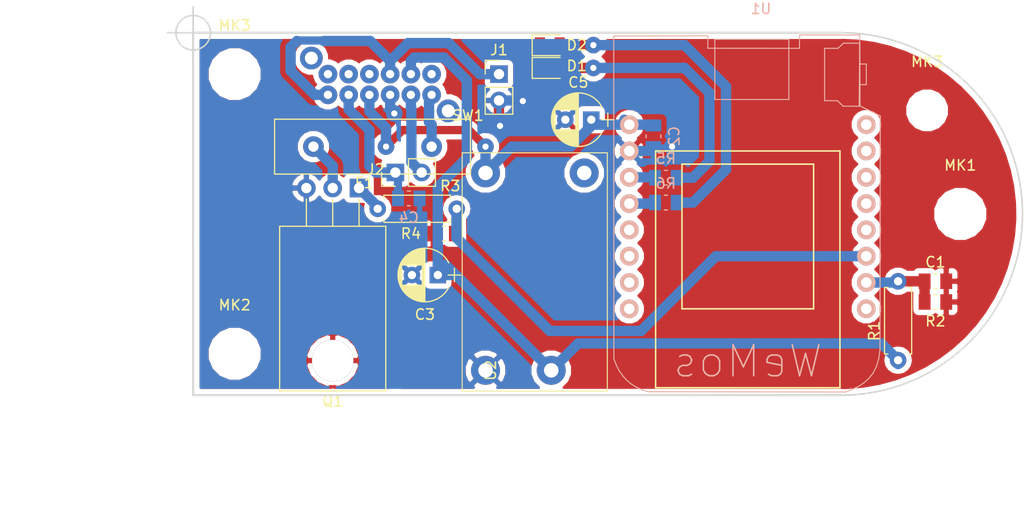
<source format=kicad_pcb>
(kicad_pcb (version 20171130) (host pcbnew 5.0.0-rc2-unknown-0e3be57~65~ubuntu16.04.1)

  (general
    (thickness 1.6)
    (drawings 7)
    (tracks 114)
    (zones 0)
    (modules 24)
    (nets 31)
  )

  (page A4)
  (layers
    (0 F.Cu signal)
    (31 B.Cu signal)
    (32 B.Adhes user)
    (33 F.Adhes user)
    (34 B.Paste user)
    (35 F.Paste user)
    (36 B.SilkS user)
    (37 F.SilkS user)
    (38 B.Mask user)
    (39 F.Mask user)
    (40 Dwgs.User user)
    (41 Cmts.User user)
    (42 Eco1.User user)
    (43 Eco2.User user)
    (44 Edge.Cuts user)
    (45 Margin user)
    (46 B.CrtYd user)
    (47 F.CrtYd user)
    (48 B.Fab user hide)
    (49 F.Fab user hide)
  )

  (setup
    (last_trace_width 0.8)
    (user_trace_width 0.2)
    (user_trace_width 0.4)
    (user_trace_width 0.6)
    (user_trace_width 0.8)
    (user_trace_width 1)
    (user_trace_width 2)
    (trace_clearance 0.2)
    (zone_clearance 0.508)
    (zone_45_only no)
    (trace_min 0.2)
    (segment_width 0.2)
    (edge_width 0.15)
    (via_size 1.6)
    (via_drill 0.6)
    (via_min_size 0.4)
    (via_min_drill 0.3)
    (user_via 1.6 0.6)
    (uvia_size 0.3)
    (uvia_drill 0.1)
    (uvias_allowed no)
    (uvia_min_size 0.2)
    (uvia_min_drill 0.1)
    (pcb_text_width 0.3)
    (pcb_text_size 1.5 1.5)
    (mod_edge_width 0.15)
    (mod_text_size 1 1)
    (mod_text_width 0.15)
    (pad_size 4 4)
    (pad_drill 4)
    (pad_to_mask_clearance 0.2)
    (aux_axis_origin 100 100)
    (grid_origin 100 100)
    (visible_elements FFFFFF7F)
    (pcbplotparams
      (layerselection 0x01000_ffffffff)
      (usegerberextensions false)
      (usegerberattributes false)
      (usegerberadvancedattributes false)
      (creategerberjobfile false)
      (excludeedgelayer true)
      (linewidth 0.100000)
      (plotframeref false)
      (viasonmask false)
      (mode 1)
      (useauxorigin false)
      (hpglpennumber 1)
      (hpglpenspeed 20)
      (hpglpendiameter 15.000000)
      (psnegative false)
      (psa4output false)
      (plotreference false)
      (plotvalue false)
      (plotinvisibletext false)
      (padsonsilk false)
      (subtractmaskfromsilk false)
      (outputformat 1)
      (mirror false)
      (drillshape 0)
      (scaleselection 1)
      (outputdirectory ./gerbers))
  )

  (net 0 "")
  (net 1 GND)
  (net 2 "Net-(F1-Pad1)")
  (net 3 +BATT)
  (net 4 "Net-(U1-Pad8)")
  (net 5 "Net-(U1-Pad7)")
  (net 6 "Net-(U1-Pad6)")
  (net 7 "Net-(U1-Pad5)")
  (net 8 "Net-(U1-Pad15)")
  (net 9 "Net-(U1-Pad14)")
  (net 10 "Net-(U1-Pad13)")
  (net 11 "Net-(U1-Pad12)")
  (net 12 "Net-(R3-Pad2)")
  (net 13 "Net-(C1-Pad1)")
  (net 14 "Net-(U1-Pad9)")
  (net 15 "Net-(Q1-Pad1)")
  (net 16 "Net-(C4-Pad1)")
  (net 17 "Net-(F1-Pad2)")
  (net 18 "Net-(J2-Pad2)")
  (net 19 "Net-(U1-Pad16)")
  (net 20 "Net-(SW1-Pad1)")
  (net 21 "Net-(R5-Pad2)")
  (net 22 VCC)
  (net 23 +5V)
  (net 24 "Net-(U2-Pad3)")
  (net 25 "Net-(SW1-Pad4)")
  (net 26 "Net-(SW1-Pad6)")
  (net 27 "Net-(SW1-Pad5)")
  (net 28 "Net-(D2-Pad2)")
  (net 29 "Net-(D1-Pad2)")
  (net 30 "Net-(R6-Pad2)")

  (net_class Default "This is the default net class."
    (clearance 0.2)
    (trace_width 0.8)
    (via_dia 1.6)
    (via_drill 0.6)
    (uvia_dia 0.3)
    (uvia_drill 0.1)
    (add_net +5V)
    (add_net +BATT)
    (add_net GND)
    (add_net "Net-(C1-Pad1)")
    (add_net "Net-(C4-Pad1)")
    (add_net "Net-(D1-Pad2)")
    (add_net "Net-(D2-Pad2)")
    (add_net "Net-(F1-Pad1)")
    (add_net "Net-(F1-Pad2)")
    (add_net "Net-(J2-Pad2)")
    (add_net "Net-(Q1-Pad1)")
    (add_net "Net-(R3-Pad2)")
    (add_net "Net-(R5-Pad2)")
    (add_net "Net-(R6-Pad2)")
    (add_net "Net-(SW1-Pad1)")
    (add_net "Net-(SW1-Pad4)")
    (add_net "Net-(SW1-Pad5)")
    (add_net "Net-(SW1-Pad6)")
    (add_net "Net-(U1-Pad12)")
    (add_net "Net-(U1-Pad13)")
    (add_net "Net-(U1-Pad14)")
    (add_net "Net-(U1-Pad15)")
    (add_net "Net-(U1-Pad16)")
    (add_net "Net-(U1-Pad5)")
    (add_net "Net-(U1-Pad6)")
    (add_net "Net-(U1-Pad7)")
    (add_net "Net-(U1-Pad8)")
    (add_net "Net-(U1-Pad9)")
    (add_net "Net-(U2-Pad3)")
    (add_net VCC)
  )

  (module TO_SOT_Packages_THT:TO-220-3_Horizontal (layer F.Cu) (tedit 5B1E92CC) (tstamp 5B19D41E)
    (at 116 115 180)
    (descr "TO-220-3, Horizontal, RM 2.54mm")
    (tags "TO-220-3 Horizontal RM 2.54mm")
    (path /5B167653)
    (fp_text reference Q1 (at 2.54 -20.58 180) (layer F.SilkS)
      (effects (font (size 1 1) (thickness 0.15)))
    )
    (fp_text value Q_NMOS_GDS (at 2.54 1.9 180) (layer F.Fab)
      (effects (font (size 1 1) (thickness 0.15)))
    )
    (fp_circle (center 2.54 -16.66) (end 4.39 -16.66) (layer F.Fab) (width 0.1))
    (fp_line (start 7.79 -19.71) (end -2.71 -19.71) (layer F.CrtYd) (width 0.05))
    (fp_line (start 7.79 1.15) (end 7.79 -19.71) (layer F.CrtYd) (width 0.05))
    (fp_line (start -2.71 1.15) (end 7.79 1.15) (layer F.CrtYd) (width 0.05))
    (fp_line (start -2.71 -19.71) (end -2.71 1.15) (layer F.CrtYd) (width 0.05))
    (fp_line (start 5.08 -3.69) (end 5.08 -1.066) (layer F.SilkS) (width 0.12))
    (fp_line (start 2.54 -3.69) (end 2.54 -1.066) (layer F.SilkS) (width 0.12))
    (fp_line (start 0 -3.69) (end 0 -1.05) (layer F.SilkS) (width 0.12))
    (fp_line (start 7.66 -19.58) (end 7.66 -3.69) (layer F.SilkS) (width 0.12))
    (fp_line (start -2.58 -19.58) (end -2.58 -3.69) (layer F.SilkS) (width 0.12))
    (fp_line (start -2.58 -19.58) (end 7.66 -19.58) (layer F.SilkS) (width 0.12))
    (fp_line (start -2.58 -3.69) (end 7.66 -3.69) (layer F.SilkS) (width 0.12))
    (fp_line (start 5.08 -3.81) (end 5.08 0) (layer F.Fab) (width 0.1))
    (fp_line (start 2.54 -3.81) (end 2.54 0) (layer F.Fab) (width 0.1))
    (fp_line (start 0 -3.81) (end 0 0) (layer F.Fab) (width 0.1))
    (fp_line (start 7.54 -3.81) (end -2.46 -3.81) (layer F.Fab) (width 0.1))
    (fp_line (start 7.54 -13.06) (end 7.54 -3.81) (layer F.Fab) (width 0.1))
    (fp_line (start -2.46 -13.06) (end 7.54 -13.06) (layer F.Fab) (width 0.1))
    (fp_line (start -2.46 -3.81) (end -2.46 -13.06) (layer F.Fab) (width 0.1))
    (fp_line (start 7.54 -13.06) (end -2.46 -13.06) (layer F.Fab) (width 0.1))
    (fp_line (start 7.54 -19.46) (end 7.54 -13.06) (layer F.Fab) (width 0.1))
    (fp_line (start -2.46 -19.46) (end 7.54 -19.46) (layer F.Fab) (width 0.1))
    (fp_line (start -2.46 -13.06) (end -2.46 -19.46) (layer F.Fab) (width 0.1))
    (fp_text user %R (at 2.54 -20.58 180) (layer F.Fab)
      (effects (font (size 1 1) (thickness 0.15)))
    )
    (pad 3 thru_hole oval (at 5.08 0 180) (size 1.8 1.8) (drill 1) (layers *.Cu *.Mask)
      (net 1 GND))
    (pad 2 thru_hole oval (at 2.54 0 180) (size 1.8 1.8) (drill 1) (layers *.Cu *.Mask)
      (net 17 "Net-(F1-Pad2)"))
    (pad 1 thru_hole rect (at 0 0 180) (size 1.8 1.8) (drill 1) (layers *.Cu *.Mask)
      (net 15 "Net-(Q1-Pad1)"))
    (pad 2 thru_hole oval (at 2.54 -16.66 180) (size 4 4) (drill 4) (layers *.Cu *.Mask)
      (net 17 "Net-(F1-Pad2)"))
    (model ${KISYS3DMOD}/TO_SOT_Packages_THT.3dshapes/TO-220-3_Horizontal.wrl
      (offset (xyz 2.539999961853027 0 0))
      (scale (xyz 0.393701 0.393701 0.393701))
      (rotate (xyz 0 0 0))
    )
    (model ${KISYS3DMOD}/Package_TO_SOT_THT.3dshapes/TO-220-3_Horizontal_TabDown.step
      (at (xyz 0 0 0))
      (scale (xyz 1 1 1))
      (rotate (xyz 0 0 0))
    )
  )

  (module Fuse_Holders_and_Fuses:Fuse_Littelfuse-LVR100 (layer F.Cu) (tedit 5909D78F) (tstamp 5B1E557E)
    (at 123 111 180)
    (descr "Littelfuse, resettable fuse, PTC, polyswitch LVR100, Ih 1A http://www.littelfuse.com/~/media/electronics/datasheets/resettable_ptcs/littelfuse_ptc_lvr_catalog_datasheet.pdf.pdf")
    (tags "LVR100 PTC resettable polyswitch ")
    (path /5B169393)
    (fp_text reference F1 (at 6.5 -3.5 180) (layer F.SilkS)
      (effects (font (size 1 1) (thickness 0.15)))
    )
    (fp_text value Polyfuse (at 5.5 3.6 180) (layer F.Fab)
      (effects (font (size 1 1) (thickness 0.15)))
    )
    (fp_line (start 15.15 2.65) (end -3.75 2.65) (layer F.SilkS) (width 0.12))
    (fp_line (start 15.15 2.65) (end 15.15 -2.65) (layer F.SilkS) (width 0.12))
    (fp_line (start -3.75 -2.65) (end -3.75 2.65) (layer F.SilkS) (width 0.12))
    (fp_line (start -3.75 -2.65) (end 15.15 -2.65) (layer F.SilkS) (width 0.12))
    (fp_line (start 15.3 2.8) (end -3.9 2.8) (layer F.CrtYd) (width 0.05))
    (fp_line (start 15.3 2.8) (end 15.3 -2.8) (layer F.CrtYd) (width 0.05))
    (fp_line (start -3.9 -2.8) (end -3.9 2.8) (layer F.CrtYd) (width 0.05))
    (fp_line (start -3.9 -2.8) (end 15.3 -2.8) (layer F.CrtYd) (width 0.05))
    (fp_line (start -3.65 -2.55) (end -3.65 2.55) (layer F.Fab) (width 0.1))
    (fp_line (start 15.05 -2.55) (end -3.65 -2.55) (layer F.Fab) (width 0.1))
    (fp_line (start 15.05 2.55) (end 15.05 -2.55) (layer F.Fab) (width 0.1))
    (fp_line (start -3.65 2.55) (end 15.05 2.55) (layer F.Fab) (width 0.1))
    (fp_text user %R (at 6 0 180) (layer F.Fab)
      (effects (font (size 1 1) (thickness 0.15)))
    )
    (pad 2 thru_hole circle (at 11.4 0 180) (size 2 2) (drill 1) (layers *.Cu *.Mask)
      (net 17 "Net-(F1-Pad2)"))
    (pad 1 thru_hole circle (at 0 0 180) (size 2 2) (drill 1) (layers *.Cu *.Mask)
      (net 2 "Net-(F1-Pad1)"))
    (model ${KISYS3DMOD}/Fuse_Holders_and_Fuses.3dshapes/Fuse_Littelfuse-LVR100.wrl
      (at (xyz 0 0 0))
      (scale (xyz 1 1 1))
      (rotate (xyz 0 0 0))
    )
    (model ${KIPRJMOD}/68939.stp
      (offset (xyz 5.5 0 9.5))
      (scale (xyz 1.5 1.5 1.5))
      (rotate (xyz -90 0 0))
    )
  )

  (module LED_SMD:LED_0805_2012Metric (layer F.Cu) (tedit 5A00A67C) (tstamp 5B1AA70D)
    (at 134.4 103.4)
    (descr "LED SMD 0805 (2012 Metric), square (rectangular) end terminal, IPC_7351 nominal, (Body size source: http://www.tortai-tech.com/upload/download/2011102023233369053.pdf), generated with kicad-footprint-generator")
    (tags diode)
    (path /5B1A0A22)
    (attr smd)
    (fp_text reference D1 (at 2.6 -0.2) (layer F.SilkS)
      (effects (font (size 1 1) (thickness 0.15)))
    )
    (fp_text value GREEN (at 0 1.85) (layer F.Fab)
      (effects (font (size 1 1) (thickness 0.15)))
    )
    (fp_text user %R (at 0 0) (layer F.Fab)
      (effects (font (size 0.5 0.5) (thickness 0.08)))
    )
    (fp_line (start 1.69 1) (end -1.69 1) (layer F.CrtYd) (width 0.05))
    (fp_line (start 1.69 -1) (end 1.69 1) (layer F.CrtYd) (width 0.05))
    (fp_line (start -1.69 -1) (end 1.69 -1) (layer F.CrtYd) (width 0.05))
    (fp_line (start -1.69 1) (end -1.69 -1) (layer F.CrtYd) (width 0.05))
    (fp_line (start -1.7 1.01) (end 1 1.01) (layer F.SilkS) (width 0.12))
    (fp_line (start -1.7 -1.01) (end -1.7 1.01) (layer F.SilkS) (width 0.12))
    (fp_line (start 1 -1.01) (end -1.7 -1.01) (layer F.SilkS) (width 0.12))
    (fp_line (start 1 0.6) (end 1 -0.6) (layer F.Fab) (width 0.1))
    (fp_line (start -1 0.6) (end 1 0.6) (layer F.Fab) (width 0.1))
    (fp_line (start -1 -0.3) (end -1 0.6) (layer F.Fab) (width 0.1))
    (fp_line (start -0.7 -0.6) (end -1 -0.3) (layer F.Fab) (width 0.1))
    (fp_line (start 1 -0.6) (end -0.7 -0.6) (layer F.Fab) (width 0.1))
    (pad 2 smd rect (at 0.955 0) (size 0.97 1.5) (layers F.Cu F.Paste F.Mask)
      (net 29 "Net-(D1-Pad2)"))
    (pad 1 smd rect (at -0.955 0) (size 0.97 1.5) (layers F.Cu F.Paste F.Mask)
      (net 1 GND))
    (model ${KISYS3DMOD}/LED_SMD.3dshapes/LED_0805_2012Metric.wrl
      (at (xyz 0 0 0))
      (scale (xyz 1 1 1))
      (rotate (xyz 0 0 0))
    )
  )

  (module LED_SMD:LED_0805_2012Metric (layer F.Cu) (tedit 5A00A67C) (tstamp 5B1AA6FA)
    (at 134.4 101.2)
    (descr "LED SMD 0805 (2012 Metric), square (rectangular) end terminal, IPC_7351 nominal, (Body size source: http://www.tortai-tech.com/upload/download/2011102023233369053.pdf), generated with kicad-footprint-generator")
    (tags diode)
    (path /5B1A0AFD)
    (attr smd)
    (fp_text reference D2 (at 2.6 0) (layer F.SilkS)
      (effects (font (size 1 1) (thickness 0.15)))
    )
    (fp_text value RED (at 0 1.85) (layer F.Fab)
      (effects (font (size 1 1) (thickness 0.15)))
    )
    (fp_line (start 1 -0.6) (end -0.7 -0.6) (layer F.Fab) (width 0.1))
    (fp_line (start -0.7 -0.6) (end -1 -0.3) (layer F.Fab) (width 0.1))
    (fp_line (start -1 -0.3) (end -1 0.6) (layer F.Fab) (width 0.1))
    (fp_line (start -1 0.6) (end 1 0.6) (layer F.Fab) (width 0.1))
    (fp_line (start 1 0.6) (end 1 -0.6) (layer F.Fab) (width 0.1))
    (fp_line (start 1 -1.01) (end -1.7 -1.01) (layer F.SilkS) (width 0.12))
    (fp_line (start -1.7 -1.01) (end -1.7 1.01) (layer F.SilkS) (width 0.12))
    (fp_line (start -1.7 1.01) (end 1 1.01) (layer F.SilkS) (width 0.12))
    (fp_line (start -1.69 1) (end -1.69 -1) (layer F.CrtYd) (width 0.05))
    (fp_line (start -1.69 -1) (end 1.69 -1) (layer F.CrtYd) (width 0.05))
    (fp_line (start 1.69 -1) (end 1.69 1) (layer F.CrtYd) (width 0.05))
    (fp_line (start 1.69 1) (end -1.69 1) (layer F.CrtYd) (width 0.05))
    (fp_text user %R (at 0 0) (layer F.Fab)
      (effects (font (size 0.5 0.5) (thickness 0.08)))
    )
    (pad 1 smd rect (at -0.955 0) (size 0.97 1.5) (layers F.Cu F.Paste F.Mask)
      (net 1 GND))
    (pad 2 smd rect (at 0.955 0) (size 0.97 1.5) (layers F.Cu F.Paste F.Mask)
      (net 28 "Net-(D2-Pad2)"))
    (model ${KISYS3DMOD}/LED_SMD.3dshapes/LED_0805_2012Metric.wrl
      (at (xyz 0 0 0))
      (scale (xyz 1 1 1))
      (rotate (xyz 0 0 0))
    )
  )

  (module Resistors_SMD:R_0805_2012Metric_Pad1.15x1.50mm_HandSolder (layer B.Cu) (tedit 59FE48B8) (tstamp 5B1AA629)
    (at 145.6 114 180)
    (descr "Resistor SMD 0805 (2012 Metric), square (rectangular) end terminal, IPC_7351 nominal with elongated pad for handsoldering. (Body size source: http://www.tortai-tech.com/upload/download/2011102023233369053.pdf), generated with kicad-footprint-generator")
    (tags "resistor handsolder")
    (path /5B1A26C5)
    (attr smd)
    (fp_text reference R5 (at 0 1.85 180) (layer B.SilkS)
      (effects (font (size 1 1) (thickness 0.15)) (justify mirror))
    )
    (fp_text value 1k (at 0 -1.85 180) (layer B.Fab)
      (effects (font (size 1 1) (thickness 0.15)) (justify mirror))
    )
    (fp_text user %R (at 0 0 180) (layer B.Fab)
      (effects (font (size 0.5 0.5) (thickness 0.08)) (justify mirror))
    )
    (fp_line (start 1.86 -1) (end -1.86 -1) (layer B.CrtYd) (width 0.05))
    (fp_line (start 1.86 1) (end 1.86 -1) (layer B.CrtYd) (width 0.05))
    (fp_line (start -1.86 1) (end 1.86 1) (layer B.CrtYd) (width 0.05))
    (fp_line (start -1.86 -1) (end -1.86 1) (layer B.CrtYd) (width 0.05))
    (fp_line (start -0.15 -0.71) (end 0.15 -0.71) (layer B.SilkS) (width 0.12))
    (fp_line (start -0.15 0.71) (end 0.15 0.71) (layer B.SilkS) (width 0.12))
    (fp_line (start 1 -0.6) (end -1 -0.6) (layer B.Fab) (width 0.1))
    (fp_line (start 1 0.6) (end 1 -0.6) (layer B.Fab) (width 0.1))
    (fp_line (start -1 0.6) (end 1 0.6) (layer B.Fab) (width 0.1))
    (fp_line (start -1 -0.6) (end -1 0.6) (layer B.Fab) (width 0.1))
    (pad 2 smd rect (at 1.0425 0 180) (size 1.145 1.5) (layers B.Cu B.Paste B.Mask)
      (net 21 "Net-(R5-Pad2)"))
    (pad 1 smd rect (at -1.0425 0 180) (size 1.145 1.5) (layers B.Cu B.Paste B.Mask)
      (net 29 "Net-(D1-Pad2)"))
    (model ${KISYS3DMOD}/Resistor_SMD.3dshapes/R_0805_2012Metric.wrl
      (at (xyz 0 0 0))
      (scale (xyz 1 1 1))
      (rotate (xyz 0 0 0))
    )
  )

  (module Resistors_SMD:R_0805_2012Metric_Pad1.15x1.50mm_HandSolder (layer B.Cu) (tedit 59FE48B8) (tstamp 5B1AA618)
    (at 145.6 116.4 180)
    (descr "Resistor SMD 0805 (2012 Metric), square (rectangular) end terminal, IPC_7351 nominal with elongated pad for handsoldering. (Body size source: http://www.tortai-tech.com/upload/download/2011102023233369053.pdf), generated with kicad-footprint-generator")
    (tags "resistor handsolder")
    (path /5B1A2773)
    (attr smd)
    (fp_text reference R6 (at 0 1.85 180) (layer B.SilkS)
      (effects (font (size 1 1) (thickness 0.15)) (justify mirror))
    )
    (fp_text value 1k (at 0 -1.85 180) (layer B.Fab)
      (effects (font (size 1 1) (thickness 0.15)) (justify mirror))
    )
    (fp_line (start -1 -0.6) (end -1 0.6) (layer B.Fab) (width 0.1))
    (fp_line (start -1 0.6) (end 1 0.6) (layer B.Fab) (width 0.1))
    (fp_line (start 1 0.6) (end 1 -0.6) (layer B.Fab) (width 0.1))
    (fp_line (start 1 -0.6) (end -1 -0.6) (layer B.Fab) (width 0.1))
    (fp_line (start -0.15 0.71) (end 0.15 0.71) (layer B.SilkS) (width 0.12))
    (fp_line (start -0.15 -0.71) (end 0.15 -0.71) (layer B.SilkS) (width 0.12))
    (fp_line (start -1.86 -1) (end -1.86 1) (layer B.CrtYd) (width 0.05))
    (fp_line (start -1.86 1) (end 1.86 1) (layer B.CrtYd) (width 0.05))
    (fp_line (start 1.86 1) (end 1.86 -1) (layer B.CrtYd) (width 0.05))
    (fp_line (start 1.86 -1) (end -1.86 -1) (layer B.CrtYd) (width 0.05))
    (fp_text user %R (at 0 0 180) (layer B.Fab)
      (effects (font (size 0.5 0.5) (thickness 0.08)) (justify mirror))
    )
    (pad 1 smd rect (at -1.0425 0 180) (size 1.145 1.5) (layers B.Cu B.Paste B.Mask)
      (net 28 "Net-(D2-Pad2)"))
    (pad 2 smd rect (at 1.0425 0 180) (size 1.145 1.5) (layers B.Cu B.Paste B.Mask)
      (net 30 "Net-(R6-Pad2)"))
    (model ${KISYS3DMOD}/Resistor_SMD.3dshapes/R_0805_2012Metric.wrl
      (at (xyz 0 0 0))
      (scale (xyz 1 1 1))
      (rotate (xyz 0 0 0))
    )
  )

  (module wemos:4PDT (layer F.Cu) (tedit 5B1950CD) (tstamp 5B1A5162)
    (at 123 104 180)
    (path /5B19C6FA)
    (fp_text reference SW1 (at -3.5 -4 180) (layer F.SilkS)
      (effects (font (size 1 1) (thickness 0.15)))
    )
    (fp_text value SW_4PDT (at -3.5 -5 180) (layer F.Fab)
      (effects (font (size 1 1) (thickness 0.15)))
    )
    (fp_line (start -2.5 -4) (end -2.5 2) (layer F.CrtYd) (width 0.1))
    (fp_line (start -2.5 2) (end 12.5 2) (layer F.CrtYd) (width 0.1))
    (fp_line (start 12.5 2) (end 12.5 -4) (layer F.CrtYd) (width 0.1))
    (fp_line (start 12.5 -4) (end -2.5 -4) (layer F.CrtYd) (width 0.1))
    (pad 0 thru_hole circle (at -1.6 -3.55 180) (size 2.2 2.2) (drill 1.25) (layers *.Cu *.Mask))
    (pad 0 thru_hole circle (at 11.6 1.55 180) (size 2.2 2.2) (drill 1.25) (layers *.Cu *.Mask))
    (pad 8 thru_hole circle (at 8 -2 180) (size 1.8 1.8) (drill 0.8) (layers *.Cu *.Mask)
      (net 16 "Net-(C4-Pad1)"))
    (pad 1 thru_hole circle (at 0 0 180) (size 1.8 1.8) (drill 0.8) (layers *.Cu *.Mask)
      (net 20 "Net-(SW1-Pad1)"))
    (pad 7 thru_hole circle (at 10 -2 180) (size 1.8 1.8) (drill 0.8) (layers *.Cu *.Mask)
      (net 3 +BATT))
    (pad 6 thru_hole circle (at 10 0 180) (size 1.8 1.8) (drill 0.8) (layers *.Cu *.Mask)
      (net 26 "Net-(SW1-Pad6)"))
    (pad 5 thru_hole circle (at 8 0 180) (size 1.8 1.8) (drill 0.8) (layers *.Cu *.Mask)
      (net 27 "Net-(SW1-Pad5)"))
    (pad 4 thru_hole circle (at 6 0 180) (size 1.8 1.8) (drill 0.8) (layers *.Cu *.Mask)
      (net 25 "Net-(SW1-Pad4)"))
    (pad 3 thru_hole circle (at 4 0 180) (size 1.8 1.8) (drill 0.8) (layers *.Cu *.Mask)
      (net 3 +BATT))
    (pad 2 thru_hole circle (at 2 0 180) (size 1.8 1.8) (drill 0.8) (layers *.Cu *.Mask)
      (net 22 VCC))
    (pad 9 thru_hole circle (at 6 -2 180) (size 1.8 1.8) (drill 0.8) (layers *.Cu *.Mask)
      (net 23 +5V))
    (pad 10 thru_hole circle (at 4 -2 180) (size 1.8 1.8) (drill 0.8) (layers *.Cu *.Mask)
      (net 1 GND))
    (pad 11 thru_hole circle (at 2 -2 180) (size 1.8 1.8) (drill 0.8) (layers *.Cu *.Mask)
      (net 18 "Net-(J2-Pad2)"))
    (pad 12 thru_hole circle (at 0 -2 180) (size 1.8 1.8) (drill 0.8) (layers *.Cu *.Mask)
      (net 2 "Net-(F1-Pad1)"))
    (model ${KIPRJMOD}/35488.stp
      (offset (xyz 5 1 4.5))
      (scale (xyz 0.9 0.8 1))
      (rotate (xyz 0 0 90))
    )
  )

  (module Capacitor_SMD:C_0805_2012Metric_Pad1.15x1.50mm_HandSolder (layer B.Cu) (tedit 59FE48B8) (tstamp 5B1A013C)
    (at 144.4 110 270)
    (descr "Capacitor SMD 0805 (2012 Metric), square (rectangular) end terminal, IPC_7351 nominal with elongated pad for handsoldering. (Body size source: http://www.tortai-tech.com/upload/download/2011102023233369053.pdf), generated with kicad-footprint-generator")
    (tags "capacitor handsolder")
    (path /5B197BCA)
    (attr smd)
    (fp_text reference C2 (at 0 -2 270) (layer B.SilkS)
      (effects (font (size 1 1) (thickness 0.15)) (justify mirror))
    )
    (fp_text value 1u (at 0 -1.85 270) (layer B.Fab)
      (effects (font (size 1 1) (thickness 0.15)) (justify mirror))
    )
    (fp_line (start -1 -0.6) (end -1 0.6) (layer B.Fab) (width 0.1))
    (fp_line (start -1 0.6) (end 1 0.6) (layer B.Fab) (width 0.1))
    (fp_line (start 1 0.6) (end 1 -0.6) (layer B.Fab) (width 0.1))
    (fp_line (start 1 -0.6) (end -1 -0.6) (layer B.Fab) (width 0.1))
    (fp_line (start -0.15 0.71) (end 0.15 0.71) (layer B.SilkS) (width 0.12))
    (fp_line (start -0.15 -0.71) (end 0.15 -0.71) (layer B.SilkS) (width 0.12))
    (fp_line (start -1.86 -1) (end -1.86 1) (layer B.CrtYd) (width 0.05))
    (fp_line (start -1.86 1) (end 1.86 1) (layer B.CrtYd) (width 0.05))
    (fp_line (start 1.86 1) (end 1.86 -1) (layer B.CrtYd) (width 0.05))
    (fp_line (start 1.86 -1) (end -1.86 -1) (layer B.CrtYd) (width 0.05))
    (fp_text user %R (at 0 0 270) (layer B.Fab)
      (effects (font (size 0.5 0.5) (thickness 0.08)) (justify mirror))
    )
    (pad 1 smd rect (at -1.0425 0 270) (size 1.145 1.5) (layers B.Cu B.Paste B.Mask)
      (net 23 +5V))
    (pad 2 smd rect (at 1.0425 0 270) (size 1.145 1.5) (layers B.Cu B.Paste B.Mask)
      (net 1 GND))
    (model ${KISYS3DMOD}/Capacitor_SMD.3dshapes/C_0805_2012Metric.wrl
      (at (xyz 0 0 0))
      (scale (xyz 1 1 1))
      (rotate (xyz 0 0 0))
    )
  )

  (module wemos:PTN04050 (layer F.Cu) (tedit 5B1927D1) (tstamp 5B19AC7A)
    (at 128.2 132.6 90)
    (path /5B1954CB)
    (fp_text reference U2 (at 0 0.5 90) (layer F.SilkS)
      (effects (font (size 1 1) (thickness 0.15)))
    )
    (fp_text value PTN04050CAD (at 0 -0.5 90) (layer F.Fab)
      (effects (font (size 1 1) (thickness 0.15)))
    )
    (fp_line (start -2 -2.25) (end -2 11.75) (layer F.CrtYd) (width 0.1))
    (fp_line (start -2 11.75) (end 21 11.75) (layer F.CrtYd) (width 0.1))
    (fp_line (start 21 11.75) (end 21 -2.25) (layer F.CrtYd) (width 0.1))
    (fp_line (start 20.5 -2.25) (end -1.5 -2.25) (layer F.CrtYd) (width 0.1))
    (fp_line (start -2 -2.25) (end 21 -2.25) (layer F.SilkS) (width 0.1))
    (fp_line (start 21 -2.25) (end 21 11.75) (layer F.SilkS) (width 0.1))
    (fp_line (start 21 11.75) (end -2 11.75) (layer F.SilkS) (width 0.1))
    (fp_line (start -2 11.75) (end -2 -2.25) (layer F.SilkS) (width 0.1))
    (pad 1 thru_hole circle (at 0 0 90) (size 2.8 2.8) (drill 1.4) (layers *.Cu *.Mask)
      (net 1 GND))
    (pad 2 thru_hole circle (at 0 6.34 90) (size 2.8 2.8) (drill 1.4) (layers *.Cu *.Mask)
      (net 22 VCC))
    (pad 3 thru_hole circle (at 19.06 9.52 90) (size 2.8 2.8) (drill 1.4) (layers *.Cu *.Mask)
      (net 24 "Net-(U2-Pad3)"))
    (pad 4 thru_hole circle (at 19.06 0 90) (size 2.8 2.8) (drill 1.4) (layers *.Cu *.Mask)
      (net 23 +5V))
  )

  (module Resistors_THT:R_Axial_DIN0207_L6.3mm_D2.5mm_P7.62mm_Horizontal (layer F.Cu) (tedit 5874F706) (tstamp 5B196208)
    (at 168 124 270)
    (descr "Resistor, Axial_DIN0207 series, Axial, Horizontal, pin pitch=7.62mm, 0.25W = 1/4W, length*diameter=6.3*2.5mm^2, http://cdn-reichelt.de/documents/datenblatt/B400/1_4W%23YAG.pdf")
    (tags "Resistor Axial_DIN0207 series Axial Horizontal pin pitch 7.62mm 0.25W = 1/4W length 6.3mm diameter 2.5mm")
    (path /5B16C789)
    (fp_text reference R1 (at 4.8 2.3 270) (layer F.SilkS)
      (effects (font (size 1 1) (thickness 0.15)))
    )
    (fp_text value 300k (at 3.81 2.31 270) (layer F.Fab)
      (effects (font (size 1 1) (thickness 0.15)))
    )
    (fp_line (start 8.7 -1.6) (end -1.05 -1.6) (layer F.CrtYd) (width 0.05))
    (fp_line (start 8.7 1.6) (end 8.7 -1.6) (layer F.CrtYd) (width 0.05))
    (fp_line (start -1.05 1.6) (end 8.7 1.6) (layer F.CrtYd) (width 0.05))
    (fp_line (start -1.05 -1.6) (end -1.05 1.6) (layer F.CrtYd) (width 0.05))
    (fp_line (start 7.02 1.31) (end 7.02 0.98) (layer F.SilkS) (width 0.12))
    (fp_line (start 0.6 1.31) (end 7.02 1.31) (layer F.SilkS) (width 0.12))
    (fp_line (start 0.6 0.98) (end 0.6 1.31) (layer F.SilkS) (width 0.12))
    (fp_line (start 7.02 -1.31) (end 7.02 -0.98) (layer F.SilkS) (width 0.12))
    (fp_line (start 0.6 -1.31) (end 7.02 -1.31) (layer F.SilkS) (width 0.12))
    (fp_line (start 0.6 -0.98) (end 0.6 -1.31) (layer F.SilkS) (width 0.12))
    (fp_line (start 7.62 0) (end 6.96 0) (layer F.Fab) (width 0.1))
    (fp_line (start 0 0) (end 0.66 0) (layer F.Fab) (width 0.1))
    (fp_line (start 6.96 -1.25) (end 0.66 -1.25) (layer F.Fab) (width 0.1))
    (fp_line (start 6.96 1.25) (end 6.96 -1.25) (layer F.Fab) (width 0.1))
    (fp_line (start 0.66 1.25) (end 6.96 1.25) (layer F.Fab) (width 0.1))
    (fp_line (start 0.66 -1.25) (end 0.66 1.25) (layer F.Fab) (width 0.1))
    (pad 2 thru_hole oval (at 7.62 0 270) (size 1.6 1.6) (drill 0.8) (layers *.Cu *.Mask)
      (net 22 VCC))
    (pad 1 thru_hole circle (at 0 0 270) (size 1.6 1.6) (drill 0.8) (layers *.Cu *.Mask)
      (net 13 "Net-(C1-Pad1)"))
    (model ${KISYS3DMOD}/Resistor_THT.3dshapes/R_Axial_DIN0207_L6.3mm_D2.5mm_P7.62mm_Horizontal.step
      (at (xyz 0 0 0))
      (scale (xyz 1 1 1))
      (rotate (xyz 0 0 0))
    )
  )

  (module Capacitors_THT:CP_Radial_D5.0mm_P2.50mm (layer F.Cu) (tedit 597BC7C2) (tstamp 5B193A3A)
    (at 138.4 108.4 180)
    (descr "CP, Radial series, Radial, pin pitch=2.50mm, , diameter=5mm, Electrolytic Capacitor")
    (tags "CP Radial series Radial pin pitch 2.50mm  diameter 5mm Electrolytic Capacitor")
    (path /5B1A139B)
    (fp_text reference C5 (at 1.25 3.6 180) (layer F.SilkS)
      (effects (font (size 1 1) (thickness 0.15)))
    )
    (fp_text value CP (at 1.25 3.81 180) (layer F.Fab)
      (effects (font (size 1 1) (thickness 0.15)))
    )
    (fp_text user %R (at 1.25 0 180) (layer F.Fab)
      (effects (font (size 1 1) (thickness 0.15)))
    )
    (fp_line (start 4.1 -2.85) (end -1.6 -2.85) (layer F.CrtYd) (width 0.05))
    (fp_line (start 4.1 2.85) (end 4.1 -2.85) (layer F.CrtYd) (width 0.05))
    (fp_line (start -1.6 2.85) (end 4.1 2.85) (layer F.CrtYd) (width 0.05))
    (fp_line (start -1.6 -2.85) (end -1.6 2.85) (layer F.CrtYd) (width 0.05))
    (fp_line (start -1.6 -0.65) (end -1.6 0.65) (layer F.SilkS) (width 0.12))
    (fp_line (start -2.2 0) (end -1 0) (layer F.SilkS) (width 0.12))
    (fp_line (start 3.811 -0.354) (end 3.811 0.354) (layer F.SilkS) (width 0.12))
    (fp_line (start 3.771 -0.559) (end 3.771 0.559) (layer F.SilkS) (width 0.12))
    (fp_line (start 3.731 -0.707) (end 3.731 0.707) (layer F.SilkS) (width 0.12))
    (fp_line (start 3.691 -0.829) (end 3.691 0.829) (layer F.SilkS) (width 0.12))
    (fp_line (start 3.651 -0.934) (end 3.651 0.934) (layer F.SilkS) (width 0.12))
    (fp_line (start 3.611 -1.028) (end 3.611 1.028) (layer F.SilkS) (width 0.12))
    (fp_line (start 3.571 -1.112) (end 3.571 1.112) (layer F.SilkS) (width 0.12))
    (fp_line (start 3.531 -1.189) (end 3.531 1.189) (layer F.SilkS) (width 0.12))
    (fp_line (start 3.491 -1.261) (end 3.491 1.261) (layer F.SilkS) (width 0.12))
    (fp_line (start 3.451 0.98) (end 3.451 1.327) (layer F.SilkS) (width 0.12))
    (fp_line (start 3.451 -1.327) (end 3.451 -0.98) (layer F.SilkS) (width 0.12))
    (fp_line (start 3.411 0.98) (end 3.411 1.39) (layer F.SilkS) (width 0.12))
    (fp_line (start 3.411 -1.39) (end 3.411 -0.98) (layer F.SilkS) (width 0.12))
    (fp_line (start 3.371 0.98) (end 3.371 1.448) (layer F.SilkS) (width 0.12))
    (fp_line (start 3.371 -1.448) (end 3.371 -0.98) (layer F.SilkS) (width 0.12))
    (fp_line (start 3.331 0.98) (end 3.331 1.504) (layer F.SilkS) (width 0.12))
    (fp_line (start 3.331 -1.504) (end 3.331 -0.98) (layer F.SilkS) (width 0.12))
    (fp_line (start 3.291 0.98) (end 3.291 1.556) (layer F.SilkS) (width 0.12))
    (fp_line (start 3.291 -1.556) (end 3.291 -0.98) (layer F.SilkS) (width 0.12))
    (fp_line (start 3.251 0.98) (end 3.251 1.606) (layer F.SilkS) (width 0.12))
    (fp_line (start 3.251 -1.606) (end 3.251 -0.98) (layer F.SilkS) (width 0.12))
    (fp_line (start 3.211 0.98) (end 3.211 1.654) (layer F.SilkS) (width 0.12))
    (fp_line (start 3.211 -1.654) (end 3.211 -0.98) (layer F.SilkS) (width 0.12))
    (fp_line (start 3.171 0.98) (end 3.171 1.699) (layer F.SilkS) (width 0.12))
    (fp_line (start 3.171 -1.699) (end 3.171 -0.98) (layer F.SilkS) (width 0.12))
    (fp_line (start 3.131 0.98) (end 3.131 1.742) (layer F.SilkS) (width 0.12))
    (fp_line (start 3.131 -1.742) (end 3.131 -0.98) (layer F.SilkS) (width 0.12))
    (fp_line (start 3.091 0.98) (end 3.091 1.783) (layer F.SilkS) (width 0.12))
    (fp_line (start 3.091 -1.783) (end 3.091 -0.98) (layer F.SilkS) (width 0.12))
    (fp_line (start 3.051 0.98) (end 3.051 1.823) (layer F.SilkS) (width 0.12))
    (fp_line (start 3.051 -1.823) (end 3.051 -0.98) (layer F.SilkS) (width 0.12))
    (fp_line (start 3.011 0.98) (end 3.011 1.861) (layer F.SilkS) (width 0.12))
    (fp_line (start 3.011 -1.861) (end 3.011 -0.98) (layer F.SilkS) (width 0.12))
    (fp_line (start 2.971 0.98) (end 2.971 1.897) (layer F.SilkS) (width 0.12))
    (fp_line (start 2.971 -1.897) (end 2.971 -0.98) (layer F.SilkS) (width 0.12))
    (fp_line (start 2.931 0.98) (end 2.931 1.932) (layer F.SilkS) (width 0.12))
    (fp_line (start 2.931 -1.932) (end 2.931 -0.98) (layer F.SilkS) (width 0.12))
    (fp_line (start 2.891 0.98) (end 2.891 1.965) (layer F.SilkS) (width 0.12))
    (fp_line (start 2.891 -1.965) (end 2.891 -0.98) (layer F.SilkS) (width 0.12))
    (fp_line (start 2.851 0.98) (end 2.851 1.997) (layer F.SilkS) (width 0.12))
    (fp_line (start 2.851 -1.997) (end 2.851 -0.98) (layer F.SilkS) (width 0.12))
    (fp_line (start 2.811 0.98) (end 2.811 2.028) (layer F.SilkS) (width 0.12))
    (fp_line (start 2.811 -2.028) (end 2.811 -0.98) (layer F.SilkS) (width 0.12))
    (fp_line (start 2.771 0.98) (end 2.771 2.058) (layer F.SilkS) (width 0.12))
    (fp_line (start 2.771 -2.058) (end 2.771 -0.98) (layer F.SilkS) (width 0.12))
    (fp_line (start 2.731 0.98) (end 2.731 2.086) (layer F.SilkS) (width 0.12))
    (fp_line (start 2.731 -2.086) (end 2.731 -0.98) (layer F.SilkS) (width 0.12))
    (fp_line (start 2.691 0.98) (end 2.691 2.113) (layer F.SilkS) (width 0.12))
    (fp_line (start 2.691 -2.113) (end 2.691 -0.98) (layer F.SilkS) (width 0.12))
    (fp_line (start 2.651 0.98) (end 2.651 2.14) (layer F.SilkS) (width 0.12))
    (fp_line (start 2.651 -2.14) (end 2.651 -0.98) (layer F.SilkS) (width 0.12))
    (fp_line (start 2.611 0.98) (end 2.611 2.165) (layer F.SilkS) (width 0.12))
    (fp_line (start 2.611 -2.165) (end 2.611 -0.98) (layer F.SilkS) (width 0.12))
    (fp_line (start 2.571 0.98) (end 2.571 2.189) (layer F.SilkS) (width 0.12))
    (fp_line (start 2.571 -2.189) (end 2.571 -0.98) (layer F.SilkS) (width 0.12))
    (fp_line (start 2.531 0.98) (end 2.531 2.212) (layer F.SilkS) (width 0.12))
    (fp_line (start 2.531 -2.212) (end 2.531 -0.98) (layer F.SilkS) (width 0.12))
    (fp_line (start 2.491 0.98) (end 2.491 2.234) (layer F.SilkS) (width 0.12))
    (fp_line (start 2.491 -2.234) (end 2.491 -0.98) (layer F.SilkS) (width 0.12))
    (fp_line (start 2.451 0.98) (end 2.451 2.256) (layer F.SilkS) (width 0.12))
    (fp_line (start 2.451 -2.256) (end 2.451 -0.98) (layer F.SilkS) (width 0.12))
    (fp_line (start 2.411 0.98) (end 2.411 2.276) (layer F.SilkS) (width 0.12))
    (fp_line (start 2.411 -2.276) (end 2.411 -0.98) (layer F.SilkS) (width 0.12))
    (fp_line (start 2.371 0.98) (end 2.371 2.296) (layer F.SilkS) (width 0.12))
    (fp_line (start 2.371 -2.296) (end 2.371 -0.98) (layer F.SilkS) (width 0.12))
    (fp_line (start 2.331 0.98) (end 2.331 2.315) (layer F.SilkS) (width 0.12))
    (fp_line (start 2.331 -2.315) (end 2.331 -0.98) (layer F.SilkS) (width 0.12))
    (fp_line (start 2.291 0.98) (end 2.291 2.333) (layer F.SilkS) (width 0.12))
    (fp_line (start 2.291 -2.333) (end 2.291 -0.98) (layer F.SilkS) (width 0.12))
    (fp_line (start 2.251 0.98) (end 2.251 2.35) (layer F.SilkS) (width 0.12))
    (fp_line (start 2.251 -2.35) (end 2.251 -0.98) (layer F.SilkS) (width 0.12))
    (fp_line (start 2.211 0.98) (end 2.211 2.366) (layer F.SilkS) (width 0.12))
    (fp_line (start 2.211 -2.366) (end 2.211 -0.98) (layer F.SilkS) (width 0.12))
    (fp_line (start 2.171 0.98) (end 2.171 2.382) (layer F.SilkS) (width 0.12))
    (fp_line (start 2.171 -2.382) (end 2.171 -0.98) (layer F.SilkS) (width 0.12))
    (fp_line (start 2.131 0.98) (end 2.131 2.396) (layer F.SilkS) (width 0.12))
    (fp_line (start 2.131 -2.396) (end 2.131 -0.98) (layer F.SilkS) (width 0.12))
    (fp_line (start 2.091 0.98) (end 2.091 2.41) (layer F.SilkS) (width 0.12))
    (fp_line (start 2.091 -2.41) (end 2.091 -0.98) (layer F.SilkS) (width 0.12))
    (fp_line (start 2.051 0.98) (end 2.051 2.424) (layer F.SilkS) (width 0.12))
    (fp_line (start 2.051 -2.424) (end 2.051 -0.98) (layer F.SilkS) (width 0.12))
    (fp_line (start 2.011 0.98) (end 2.011 2.436) (layer F.SilkS) (width 0.12))
    (fp_line (start 2.011 -2.436) (end 2.011 -0.98) (layer F.SilkS) (width 0.12))
    (fp_line (start 1.971 0.98) (end 1.971 2.448) (layer F.SilkS) (width 0.12))
    (fp_line (start 1.971 -2.448) (end 1.971 -0.98) (layer F.SilkS) (width 0.12))
    (fp_line (start 1.93 0.98) (end 1.93 2.46) (layer F.SilkS) (width 0.12))
    (fp_line (start 1.93 -2.46) (end 1.93 -0.98) (layer F.SilkS) (width 0.12))
    (fp_line (start 1.89 0.98) (end 1.89 2.47) (layer F.SilkS) (width 0.12))
    (fp_line (start 1.89 -2.47) (end 1.89 -0.98) (layer F.SilkS) (width 0.12))
    (fp_line (start 1.85 0.98) (end 1.85 2.48) (layer F.SilkS) (width 0.12))
    (fp_line (start 1.85 -2.48) (end 1.85 -0.98) (layer F.SilkS) (width 0.12))
    (fp_line (start 1.81 0.98) (end 1.81 2.489) (layer F.SilkS) (width 0.12))
    (fp_line (start 1.81 -2.489) (end 1.81 -0.98) (layer F.SilkS) (width 0.12))
    (fp_line (start 1.77 0.98) (end 1.77 2.498) (layer F.SilkS) (width 0.12))
    (fp_line (start 1.77 -2.498) (end 1.77 -0.98) (layer F.SilkS) (width 0.12))
    (fp_line (start 1.73 0.98) (end 1.73 2.506) (layer F.SilkS) (width 0.12))
    (fp_line (start 1.73 -2.506) (end 1.73 -0.98) (layer F.SilkS) (width 0.12))
    (fp_line (start 1.69 0.98) (end 1.69 2.513) (layer F.SilkS) (width 0.12))
    (fp_line (start 1.69 -2.513) (end 1.69 -0.98) (layer F.SilkS) (width 0.12))
    (fp_line (start 1.65 0.98) (end 1.65 2.519) (layer F.SilkS) (width 0.12))
    (fp_line (start 1.65 -2.519) (end 1.65 -0.98) (layer F.SilkS) (width 0.12))
    (fp_line (start 1.61 0.98) (end 1.61 2.525) (layer F.SilkS) (width 0.12))
    (fp_line (start 1.61 -2.525) (end 1.61 -0.98) (layer F.SilkS) (width 0.12))
    (fp_line (start 1.57 0.98) (end 1.57 2.531) (layer F.SilkS) (width 0.12))
    (fp_line (start 1.57 -2.531) (end 1.57 -0.98) (layer F.SilkS) (width 0.12))
    (fp_line (start 1.53 0.98) (end 1.53 2.535) (layer F.SilkS) (width 0.12))
    (fp_line (start 1.53 -2.535) (end 1.53 -0.98) (layer F.SilkS) (width 0.12))
    (fp_line (start 1.49 -2.539) (end 1.49 2.539) (layer F.SilkS) (width 0.12))
    (fp_line (start 1.45 -2.543) (end 1.45 2.543) (layer F.SilkS) (width 0.12))
    (fp_line (start 1.41 -2.546) (end 1.41 2.546) (layer F.SilkS) (width 0.12))
    (fp_line (start 1.37 -2.548) (end 1.37 2.548) (layer F.SilkS) (width 0.12))
    (fp_line (start 1.33 -2.549) (end 1.33 2.549) (layer F.SilkS) (width 0.12))
    (fp_line (start 1.29 -2.55) (end 1.29 2.55) (layer F.SilkS) (width 0.12))
    (fp_line (start 1.25 -2.55) (end 1.25 2.55) (layer F.SilkS) (width 0.12))
    (fp_line (start -1.6 -0.65) (end -1.6 0.65) (layer F.Fab) (width 0.1))
    (fp_line (start -2.2 0) (end -1 0) (layer F.Fab) (width 0.1))
    (fp_circle (center 1.25 0) (end 3.75 0) (layer F.Fab) (width 0.1))
    (fp_arc (start 1.25 0) (end 3.55558 -1.18) (angle 54.2) (layer F.SilkS) (width 0.12))
    (fp_arc (start 1.25 0) (end -1.05558 1.18) (angle -125.8) (layer F.SilkS) (width 0.12))
    (fp_arc (start 1.25 0) (end -1.05558 -1.18) (angle 125.8) (layer F.SilkS) (width 0.12))
    (pad 2 thru_hole circle (at 2.5 0 180) (size 1.6 1.6) (drill 0.8) (layers *.Cu *.Mask)
      (net 1 GND))
    (pad 1 thru_hole rect (at 0 0 180) (size 1.6 1.6) (drill 0.8) (layers *.Cu *.Mask)
      (net 23 +5V))
    (model ${KISYS3DMOD}/Capacitor_THT.3dshapes/CP_Radial_D6.3mm_P2.50mm.step
      (at (xyz 0 0 0))
      (scale (xyz 1 1 1))
      (rotate (xyz 0 0 0))
    )
  )

  (module Resistors_THT:R_Axial_DIN0207_L6.3mm_D2.5mm_P7.62mm_Horizontal (layer F.Cu) (tedit 5874F706) (tstamp 5B1938D3)
    (at 117.8 117)
    (descr "Resistor, Axial_DIN0207 series, Axial, Horizontal, pin pitch=7.62mm, 0.25W = 1/4W, length*diameter=6.3*2.5mm^2, http://cdn-reichelt.de/documents/datenblatt/B400/1_4W%23YAG.pdf")
    (tags "Resistor Axial_DIN0207 series Axial Horizontal pin pitch 7.62mm 0.25W = 1/4W length 6.3mm diameter 2.5mm")
    (path /5B168086)
    (fp_text reference R3 (at 7 -2.2) (layer F.SilkS)
      (effects (font (size 1 1) (thickness 0.15)))
    )
    (fp_text value 160 (at 3.81 2.31) (layer F.Fab)
      (effects (font (size 1 1) (thickness 0.15)))
    )
    (fp_line (start 8.7 -1.6) (end -1.05 -1.6) (layer F.CrtYd) (width 0.05))
    (fp_line (start 8.7 1.6) (end 8.7 -1.6) (layer F.CrtYd) (width 0.05))
    (fp_line (start -1.05 1.6) (end 8.7 1.6) (layer F.CrtYd) (width 0.05))
    (fp_line (start -1.05 -1.6) (end -1.05 1.6) (layer F.CrtYd) (width 0.05))
    (fp_line (start 7.02 1.31) (end 7.02 0.98) (layer F.SilkS) (width 0.12))
    (fp_line (start 0.6 1.31) (end 7.02 1.31) (layer F.SilkS) (width 0.12))
    (fp_line (start 0.6 0.98) (end 0.6 1.31) (layer F.SilkS) (width 0.12))
    (fp_line (start 7.02 -1.31) (end 7.02 -0.98) (layer F.SilkS) (width 0.12))
    (fp_line (start 0.6 -1.31) (end 7.02 -1.31) (layer F.SilkS) (width 0.12))
    (fp_line (start 0.6 -0.98) (end 0.6 -1.31) (layer F.SilkS) (width 0.12))
    (fp_line (start 7.62 0) (end 6.96 0) (layer F.Fab) (width 0.1))
    (fp_line (start 0 0) (end 0.66 0) (layer F.Fab) (width 0.1))
    (fp_line (start 6.96 -1.25) (end 0.66 -1.25) (layer F.Fab) (width 0.1))
    (fp_line (start 6.96 1.25) (end 6.96 -1.25) (layer F.Fab) (width 0.1))
    (fp_line (start 0.66 1.25) (end 6.96 1.25) (layer F.Fab) (width 0.1))
    (fp_line (start 0.66 -1.25) (end 0.66 1.25) (layer F.Fab) (width 0.1))
    (pad 2 thru_hole oval (at 7.62 0) (size 1.6 1.6) (drill 0.8) (layers *.Cu *.Mask)
      (net 12 "Net-(R3-Pad2)"))
    (pad 1 thru_hole circle (at 0 0) (size 1.6 1.6) (drill 0.8) (layers *.Cu *.Mask)
      (net 15 "Net-(Q1-Pad1)"))
    (model ${KISYS3DMOD}/Resistor_THT.3dshapes/R_Axial_DIN0207_L6.3mm_D2.5mm_P7.62mm_Horizontal.step
      (at (xyz 0 0 0))
      (scale (xyz 1 1 1))
      (rotate (xyz 0 0 0))
    )
  )

  (module Mounting_Holes:MountingHole_3.7mm (layer F.Cu) (tedit 5B1E790B) (tstamp 5B19277C)
    (at 170.8 107.5)
    (descr "Mounting Hole 3.7mm, no annular")
    (tags "mounting hole 3.7mm no annular")
    (path /5B173525)
    (attr virtual)
    (fp_text reference MK3 (at 0 -4.7) (layer F.SilkS)
      (effects (font (size 1 1) (thickness 0.15)))
    )
    (fp_text value Mounting_Hole (at 0 4.7) (layer F.Fab)
      (effects (font (size 1 1) (thickness 0.15)))
    )
    (fp_text user %R (at 0.3 0) (layer F.Fab)
      (effects (font (size 1 1) (thickness 0.15)))
    )
    (fp_circle (center 0 0) (end 3.7 0) (layer Cmts.User) (width 0.15))
    (fp_circle (center 0 0) (end 3.95 0) (layer F.CrtYd) (width 0.05))
    (pad "" np_thru_hole circle (at 0 0) (size 3 3) (drill 3) (layers *.Cu *.Mask))
  )

  (module Mounting_Holes:MountingHole_3.7mm (layer F.Cu) (tedit 5B1E78FE) (tstamp 5B16ECA5)
    (at 174 117.5)
    (descr "Mounting Hole 3.7mm, no annular")
    (tags "mounting hole 3.7mm no annular")
    (path /5B1734AB)
    (attr virtual)
    (fp_text reference MK1 (at 0 -4.7) (layer F.SilkS)
      (effects (font (size 1 1) (thickness 0.15)))
    )
    (fp_text value Mounting_Hole (at 0 4.7) (layer F.Fab)
      (effects (font (size 1 1) (thickness 0.15)))
    )
    (fp_circle (center 0 0) (end 3.95 0) (layer F.CrtYd) (width 0.05))
    (fp_circle (center 0 0) (end 3.7 0) (layer Cmts.User) (width 0.15))
    (fp_text user %R (at 0.3 0) (layer F.Fab)
      (effects (font (size 1 1) (thickness 0.15)))
    )
    (pad "" np_thru_hole circle (at 0 0) (size 4 4) (drill 4) (layers *.Cu *.Mask))
  )

  (module Mounting_Holes:MountingHole_3.7mm (layer F.Cu) (tedit 5B1E78EE) (tstamp 5B16EC9D)
    (at 104 131)
    (descr "Mounting Hole 3.7mm, no annular")
    (tags "mounting hole 3.7mm no annular")
    (path /5B1734ED)
    (attr virtual)
    (fp_text reference MK2 (at 0 -4.7) (layer F.SilkS)
      (effects (font (size 1 1) (thickness 0.15)))
    )
    (fp_text value Mounting_Hole (at 0 4.7) (layer F.Fab)
      (effects (font (size 1 1) (thickness 0.15)))
    )
    (fp_text user %R (at 0.3 0) (layer F.Fab)
      (effects (font (size 1 1) (thickness 0.15)))
    )
    (fp_circle (center 0 0) (end 3.7 0) (layer Cmts.User) (width 0.15))
    (fp_circle (center 0 0) (end 3.95 0) (layer F.CrtYd) (width 0.05))
    (pad "" np_thru_hole circle (at 0 0) (size 4 4) (drill 4) (layers *.Cu *.Mask))
  )

  (module Mounting_Holes:MountingHole_3.7mm (layer F.Cu) (tedit 5B1E78E6) (tstamp 5B16EC95)
    (at 104 104)
    (descr "Mounting Hole 3.7mm, no annular")
    (tags "mounting hole 3.7mm no annular")
    (path /5B173525)
    (attr virtual)
    (fp_text reference MK3 (at 0 -4.7) (layer F.SilkS)
      (effects (font (size 1 1) (thickness 0.15)))
    )
    (fp_text value Mounting_Hole (at 0 4.7) (layer F.Fab)
      (effects (font (size 1 1) (thickness 0.15)))
    )
    (fp_circle (center 0 0) (end 3.95 0) (layer F.CrtYd) (width 0.05))
    (fp_circle (center 0 0) (end 3.7 0) (layer Cmts.User) (width 0.15))
    (fp_text user %R (at 0.3 0) (layer F.Fab)
      (effects (font (size 1 1) (thickness 0.15)))
    )
    (pad "" np_thru_hole circle (at 0 0) (size 4 4) (drill 4) (layers *.Cu *.Mask))
  )

  (module Capacitors_THT:CP_Radial_D5.0mm_P2.50mm (layer F.Cu) (tedit 597BC7C2) (tstamp 5B16D3DA)
    (at 123.6 123.4 180)
    (descr "CP, Radial series, Radial, pin pitch=2.50mm, , diameter=5mm, Electrolytic Capacitor")
    (tags "CP Radial series Radial pin pitch 2.50mm  diameter 5mm Electrolytic Capacitor")
    (path /5B168EC9)
    (fp_text reference C3 (at 1.25 -3.81 180) (layer F.SilkS)
      (effects (font (size 1 1) (thickness 0.15)))
    )
    (fp_text value CP (at 1.25 3.81 180) (layer F.Fab)
      (effects (font (size 1 1) (thickness 0.15)))
    )
    (fp_text user %R (at 1.25 0 180) (layer F.Fab)
      (effects (font (size 1 1) (thickness 0.15)))
    )
    (fp_line (start 4.1 -2.85) (end -1.6 -2.85) (layer F.CrtYd) (width 0.05))
    (fp_line (start 4.1 2.85) (end 4.1 -2.85) (layer F.CrtYd) (width 0.05))
    (fp_line (start -1.6 2.85) (end 4.1 2.85) (layer F.CrtYd) (width 0.05))
    (fp_line (start -1.6 -2.85) (end -1.6 2.85) (layer F.CrtYd) (width 0.05))
    (fp_line (start -1.6 -0.65) (end -1.6 0.65) (layer F.SilkS) (width 0.12))
    (fp_line (start -2.2 0) (end -1 0) (layer F.SilkS) (width 0.12))
    (fp_line (start 3.811 -0.354) (end 3.811 0.354) (layer F.SilkS) (width 0.12))
    (fp_line (start 3.771 -0.559) (end 3.771 0.559) (layer F.SilkS) (width 0.12))
    (fp_line (start 3.731 -0.707) (end 3.731 0.707) (layer F.SilkS) (width 0.12))
    (fp_line (start 3.691 -0.829) (end 3.691 0.829) (layer F.SilkS) (width 0.12))
    (fp_line (start 3.651 -0.934) (end 3.651 0.934) (layer F.SilkS) (width 0.12))
    (fp_line (start 3.611 -1.028) (end 3.611 1.028) (layer F.SilkS) (width 0.12))
    (fp_line (start 3.571 -1.112) (end 3.571 1.112) (layer F.SilkS) (width 0.12))
    (fp_line (start 3.531 -1.189) (end 3.531 1.189) (layer F.SilkS) (width 0.12))
    (fp_line (start 3.491 -1.261) (end 3.491 1.261) (layer F.SilkS) (width 0.12))
    (fp_line (start 3.451 0.98) (end 3.451 1.327) (layer F.SilkS) (width 0.12))
    (fp_line (start 3.451 -1.327) (end 3.451 -0.98) (layer F.SilkS) (width 0.12))
    (fp_line (start 3.411 0.98) (end 3.411 1.39) (layer F.SilkS) (width 0.12))
    (fp_line (start 3.411 -1.39) (end 3.411 -0.98) (layer F.SilkS) (width 0.12))
    (fp_line (start 3.371 0.98) (end 3.371 1.448) (layer F.SilkS) (width 0.12))
    (fp_line (start 3.371 -1.448) (end 3.371 -0.98) (layer F.SilkS) (width 0.12))
    (fp_line (start 3.331 0.98) (end 3.331 1.504) (layer F.SilkS) (width 0.12))
    (fp_line (start 3.331 -1.504) (end 3.331 -0.98) (layer F.SilkS) (width 0.12))
    (fp_line (start 3.291 0.98) (end 3.291 1.556) (layer F.SilkS) (width 0.12))
    (fp_line (start 3.291 -1.556) (end 3.291 -0.98) (layer F.SilkS) (width 0.12))
    (fp_line (start 3.251 0.98) (end 3.251 1.606) (layer F.SilkS) (width 0.12))
    (fp_line (start 3.251 -1.606) (end 3.251 -0.98) (layer F.SilkS) (width 0.12))
    (fp_line (start 3.211 0.98) (end 3.211 1.654) (layer F.SilkS) (width 0.12))
    (fp_line (start 3.211 -1.654) (end 3.211 -0.98) (layer F.SilkS) (width 0.12))
    (fp_line (start 3.171 0.98) (end 3.171 1.699) (layer F.SilkS) (width 0.12))
    (fp_line (start 3.171 -1.699) (end 3.171 -0.98) (layer F.SilkS) (width 0.12))
    (fp_line (start 3.131 0.98) (end 3.131 1.742) (layer F.SilkS) (width 0.12))
    (fp_line (start 3.131 -1.742) (end 3.131 -0.98) (layer F.SilkS) (width 0.12))
    (fp_line (start 3.091 0.98) (end 3.091 1.783) (layer F.SilkS) (width 0.12))
    (fp_line (start 3.091 -1.783) (end 3.091 -0.98) (layer F.SilkS) (width 0.12))
    (fp_line (start 3.051 0.98) (end 3.051 1.823) (layer F.SilkS) (width 0.12))
    (fp_line (start 3.051 -1.823) (end 3.051 -0.98) (layer F.SilkS) (width 0.12))
    (fp_line (start 3.011 0.98) (end 3.011 1.861) (layer F.SilkS) (width 0.12))
    (fp_line (start 3.011 -1.861) (end 3.011 -0.98) (layer F.SilkS) (width 0.12))
    (fp_line (start 2.971 0.98) (end 2.971 1.897) (layer F.SilkS) (width 0.12))
    (fp_line (start 2.971 -1.897) (end 2.971 -0.98) (layer F.SilkS) (width 0.12))
    (fp_line (start 2.931 0.98) (end 2.931 1.932) (layer F.SilkS) (width 0.12))
    (fp_line (start 2.931 -1.932) (end 2.931 -0.98) (layer F.SilkS) (width 0.12))
    (fp_line (start 2.891 0.98) (end 2.891 1.965) (layer F.SilkS) (width 0.12))
    (fp_line (start 2.891 -1.965) (end 2.891 -0.98) (layer F.SilkS) (width 0.12))
    (fp_line (start 2.851 0.98) (end 2.851 1.997) (layer F.SilkS) (width 0.12))
    (fp_line (start 2.851 -1.997) (end 2.851 -0.98) (layer F.SilkS) (width 0.12))
    (fp_line (start 2.811 0.98) (end 2.811 2.028) (layer F.SilkS) (width 0.12))
    (fp_line (start 2.811 -2.028) (end 2.811 -0.98) (layer F.SilkS) (width 0.12))
    (fp_line (start 2.771 0.98) (end 2.771 2.058) (layer F.SilkS) (width 0.12))
    (fp_line (start 2.771 -2.058) (end 2.771 -0.98) (layer F.SilkS) (width 0.12))
    (fp_line (start 2.731 0.98) (end 2.731 2.086) (layer F.SilkS) (width 0.12))
    (fp_line (start 2.731 -2.086) (end 2.731 -0.98) (layer F.SilkS) (width 0.12))
    (fp_line (start 2.691 0.98) (end 2.691 2.113) (layer F.SilkS) (width 0.12))
    (fp_line (start 2.691 -2.113) (end 2.691 -0.98) (layer F.SilkS) (width 0.12))
    (fp_line (start 2.651 0.98) (end 2.651 2.14) (layer F.SilkS) (width 0.12))
    (fp_line (start 2.651 -2.14) (end 2.651 -0.98) (layer F.SilkS) (width 0.12))
    (fp_line (start 2.611 0.98) (end 2.611 2.165) (layer F.SilkS) (width 0.12))
    (fp_line (start 2.611 -2.165) (end 2.611 -0.98) (layer F.SilkS) (width 0.12))
    (fp_line (start 2.571 0.98) (end 2.571 2.189) (layer F.SilkS) (width 0.12))
    (fp_line (start 2.571 -2.189) (end 2.571 -0.98) (layer F.SilkS) (width 0.12))
    (fp_line (start 2.531 0.98) (end 2.531 2.212) (layer F.SilkS) (width 0.12))
    (fp_line (start 2.531 -2.212) (end 2.531 -0.98) (layer F.SilkS) (width 0.12))
    (fp_line (start 2.491 0.98) (end 2.491 2.234) (layer F.SilkS) (width 0.12))
    (fp_line (start 2.491 -2.234) (end 2.491 -0.98) (layer F.SilkS) (width 0.12))
    (fp_line (start 2.451 0.98) (end 2.451 2.256) (layer F.SilkS) (width 0.12))
    (fp_line (start 2.451 -2.256) (end 2.451 -0.98) (layer F.SilkS) (width 0.12))
    (fp_line (start 2.411 0.98) (end 2.411 2.276) (layer F.SilkS) (width 0.12))
    (fp_line (start 2.411 -2.276) (end 2.411 -0.98) (layer F.SilkS) (width 0.12))
    (fp_line (start 2.371 0.98) (end 2.371 2.296) (layer F.SilkS) (width 0.12))
    (fp_line (start 2.371 -2.296) (end 2.371 -0.98) (layer F.SilkS) (width 0.12))
    (fp_line (start 2.331 0.98) (end 2.331 2.315) (layer F.SilkS) (width 0.12))
    (fp_line (start 2.331 -2.315) (end 2.331 -0.98) (layer F.SilkS) (width 0.12))
    (fp_line (start 2.291 0.98) (end 2.291 2.333) (layer F.SilkS) (width 0.12))
    (fp_line (start 2.291 -2.333) (end 2.291 -0.98) (layer F.SilkS) (width 0.12))
    (fp_line (start 2.251 0.98) (end 2.251 2.35) (layer F.SilkS) (width 0.12))
    (fp_line (start 2.251 -2.35) (end 2.251 -0.98) (layer F.SilkS) (width 0.12))
    (fp_line (start 2.211 0.98) (end 2.211 2.366) (layer F.SilkS) (width 0.12))
    (fp_line (start 2.211 -2.366) (end 2.211 -0.98) (layer F.SilkS) (width 0.12))
    (fp_line (start 2.171 0.98) (end 2.171 2.382) (layer F.SilkS) (width 0.12))
    (fp_line (start 2.171 -2.382) (end 2.171 -0.98) (layer F.SilkS) (width 0.12))
    (fp_line (start 2.131 0.98) (end 2.131 2.396) (layer F.SilkS) (width 0.12))
    (fp_line (start 2.131 -2.396) (end 2.131 -0.98) (layer F.SilkS) (width 0.12))
    (fp_line (start 2.091 0.98) (end 2.091 2.41) (layer F.SilkS) (width 0.12))
    (fp_line (start 2.091 -2.41) (end 2.091 -0.98) (layer F.SilkS) (width 0.12))
    (fp_line (start 2.051 0.98) (end 2.051 2.424) (layer F.SilkS) (width 0.12))
    (fp_line (start 2.051 -2.424) (end 2.051 -0.98) (layer F.SilkS) (width 0.12))
    (fp_line (start 2.011 0.98) (end 2.011 2.436) (layer F.SilkS) (width 0.12))
    (fp_line (start 2.011 -2.436) (end 2.011 -0.98) (layer F.SilkS) (width 0.12))
    (fp_line (start 1.971 0.98) (end 1.971 2.448) (layer F.SilkS) (width 0.12))
    (fp_line (start 1.971 -2.448) (end 1.971 -0.98) (layer F.SilkS) (width 0.12))
    (fp_line (start 1.93 0.98) (end 1.93 2.46) (layer F.SilkS) (width 0.12))
    (fp_line (start 1.93 -2.46) (end 1.93 -0.98) (layer F.SilkS) (width 0.12))
    (fp_line (start 1.89 0.98) (end 1.89 2.47) (layer F.SilkS) (width 0.12))
    (fp_line (start 1.89 -2.47) (end 1.89 -0.98) (layer F.SilkS) (width 0.12))
    (fp_line (start 1.85 0.98) (end 1.85 2.48) (layer F.SilkS) (width 0.12))
    (fp_line (start 1.85 -2.48) (end 1.85 -0.98) (layer F.SilkS) (width 0.12))
    (fp_line (start 1.81 0.98) (end 1.81 2.489) (layer F.SilkS) (width 0.12))
    (fp_line (start 1.81 -2.489) (end 1.81 -0.98) (layer F.SilkS) (width 0.12))
    (fp_line (start 1.77 0.98) (end 1.77 2.498) (layer F.SilkS) (width 0.12))
    (fp_line (start 1.77 -2.498) (end 1.77 -0.98) (layer F.SilkS) (width 0.12))
    (fp_line (start 1.73 0.98) (end 1.73 2.506) (layer F.SilkS) (width 0.12))
    (fp_line (start 1.73 -2.506) (end 1.73 -0.98) (layer F.SilkS) (width 0.12))
    (fp_line (start 1.69 0.98) (end 1.69 2.513) (layer F.SilkS) (width 0.12))
    (fp_line (start 1.69 -2.513) (end 1.69 -0.98) (layer F.SilkS) (width 0.12))
    (fp_line (start 1.65 0.98) (end 1.65 2.519) (layer F.SilkS) (width 0.12))
    (fp_line (start 1.65 -2.519) (end 1.65 -0.98) (layer F.SilkS) (width 0.12))
    (fp_line (start 1.61 0.98) (end 1.61 2.525) (layer F.SilkS) (width 0.12))
    (fp_line (start 1.61 -2.525) (end 1.61 -0.98) (layer F.SilkS) (width 0.12))
    (fp_line (start 1.57 0.98) (end 1.57 2.531) (layer F.SilkS) (width 0.12))
    (fp_line (start 1.57 -2.531) (end 1.57 -0.98) (layer F.SilkS) (width 0.12))
    (fp_line (start 1.53 0.98) (end 1.53 2.535) (layer F.SilkS) (width 0.12))
    (fp_line (start 1.53 -2.535) (end 1.53 -0.98) (layer F.SilkS) (width 0.12))
    (fp_line (start 1.49 -2.539) (end 1.49 2.539) (layer F.SilkS) (width 0.12))
    (fp_line (start 1.45 -2.543) (end 1.45 2.543) (layer F.SilkS) (width 0.12))
    (fp_line (start 1.41 -2.546) (end 1.41 2.546) (layer F.SilkS) (width 0.12))
    (fp_line (start 1.37 -2.548) (end 1.37 2.548) (layer F.SilkS) (width 0.12))
    (fp_line (start 1.33 -2.549) (end 1.33 2.549) (layer F.SilkS) (width 0.12))
    (fp_line (start 1.29 -2.55) (end 1.29 2.55) (layer F.SilkS) (width 0.12))
    (fp_line (start 1.25 -2.55) (end 1.25 2.55) (layer F.SilkS) (width 0.12))
    (fp_line (start -1.6 -0.65) (end -1.6 0.65) (layer F.Fab) (width 0.1))
    (fp_line (start -2.2 0) (end -1 0) (layer F.Fab) (width 0.1))
    (fp_circle (center 1.25 0) (end 3.75 0) (layer F.Fab) (width 0.1))
    (fp_arc (start 1.25 0) (end 3.55558 -1.18) (angle 54.2) (layer F.SilkS) (width 0.12))
    (fp_arc (start 1.25 0) (end -1.05558 1.18) (angle -125.8) (layer F.SilkS) (width 0.12))
    (fp_arc (start 1.25 0) (end -1.05558 -1.18) (angle 125.8) (layer F.SilkS) (width 0.12))
    (pad 2 thru_hole circle (at 2.5 0 180) (size 1.6 1.6) (drill 0.8) (layers *.Cu *.Mask)
      (net 1 GND))
    (pad 1 thru_hole rect (at 0 0 180) (size 1.6 1.6) (drill 0.8) (layers *.Cu *.Mask)
      (net 22 VCC))
    (model ${KISYS3DMOD}/Capacitor_THT.3dshapes/CP_Radial_D6.3mm_P2.50mm.step
      (at (xyz 0 0 0))
      (scale (xyz 1 1 1))
      (rotate (xyz 0 0 0))
    )
  )

  (module Pin_Headers:Pin_Header_Straight_1x02_Pitch2.54mm (layer F.Cu) (tedit 59650532) (tstamp 5B16B9D2)
    (at 119.5 113.5 90)
    (descr "Through hole straight pin header, 1x02, 2.54mm pitch, single row")
    (tags "Through hole pin header THT 1x02 2.54mm single row")
    (path /5B1677B1)
    (fp_text reference J2 (at 0.3 -1.9 180) (layer F.SilkS)
      (effects (font (size 1 1) (thickness 0.15)))
    )
    (fp_text value "Bulb socket" (at 0 4.87 90) (layer F.Fab)
      (effects (font (size 1 1) (thickness 0.15)))
    )
    (fp_line (start -0.635 -1.27) (end 1.27 -1.27) (layer F.Fab) (width 0.1))
    (fp_line (start 1.27 -1.27) (end 1.27 3.81) (layer F.Fab) (width 0.1))
    (fp_line (start 1.27 3.81) (end -1.27 3.81) (layer F.Fab) (width 0.1))
    (fp_line (start -1.27 3.81) (end -1.27 -0.635) (layer F.Fab) (width 0.1))
    (fp_line (start -1.27 -0.635) (end -0.635 -1.27) (layer F.Fab) (width 0.1))
    (fp_line (start -1.33 3.87) (end 1.33 3.87) (layer F.SilkS) (width 0.12))
    (fp_line (start -1.33 1.27) (end -1.33 3.87) (layer F.SilkS) (width 0.12))
    (fp_line (start 1.33 1.27) (end 1.33 3.87) (layer F.SilkS) (width 0.12))
    (fp_line (start -1.33 1.27) (end 1.33 1.27) (layer F.SilkS) (width 0.12))
    (fp_line (start -1.33 0) (end -1.33 -1.33) (layer F.SilkS) (width 0.12))
    (fp_line (start -1.33 -1.33) (end 0 -1.33) (layer F.SilkS) (width 0.12))
    (fp_line (start -1.8 -1.8) (end -1.8 4.35) (layer F.CrtYd) (width 0.05))
    (fp_line (start -1.8 4.35) (end 1.8 4.35) (layer F.CrtYd) (width 0.05))
    (fp_line (start 1.8 4.35) (end 1.8 -1.8) (layer F.CrtYd) (width 0.05))
    (fp_line (start 1.8 -1.8) (end -1.8 -1.8) (layer F.CrtYd) (width 0.05))
    (fp_text user %R (at 0 1.27 180) (layer F.Fab)
      (effects (font (size 1 1) (thickness 0.15)))
    )
    (pad 1 thru_hole rect (at 0 0 90) (size 1.7 1.7) (drill 1) (layers *.Cu *.Mask)
      (net 16 "Net-(C4-Pad1)"))
    (pad 2 thru_hole oval (at 0 2.54 90) (size 1.7 1.7) (drill 1) (layers *.Cu *.Mask)
      (net 18 "Net-(J2-Pad2)"))
    (model ${KISYS3DMOD}/Pin_Headers.3dshapes/Pin_Header_Straight_1x02_Pitch2.54mm.wrl
      (at (xyz 0 0 0))
      (scale (xyz 1 1 1))
      (rotate (xyz 0 0 0))
    )
  )

  (module Pin_Headers:Pin_Header_Straight_1x02_Pitch2.54mm (layer F.Cu) (tedit 59650532) (tstamp 5B16C6E9)
    (at 129.5 104)
    (descr "Through hole straight pin header, 1x02, 2.54mm pitch, single row")
    (tags "Through hole pin header THT 1x02 2.54mm single row")
    (path /5B167EB6)
    (fp_text reference J1 (at 0 -2.33) (layer F.SilkS)
      (effects (font (size 1 1) (thickness 0.15)))
    )
    (fp_text value Battery (at 0 4.87) (layer F.Fab)
      (effects (font (size 1 1) (thickness 0.15)))
    )
    (fp_text user %R (at 0 1.27 90) (layer F.Fab)
      (effects (font (size 1 1) (thickness 0.15)))
    )
    (fp_line (start 1.8 -1.8) (end -1.8 -1.8) (layer F.CrtYd) (width 0.05))
    (fp_line (start 1.8 4.35) (end 1.8 -1.8) (layer F.CrtYd) (width 0.05))
    (fp_line (start -1.8 4.35) (end 1.8 4.35) (layer F.CrtYd) (width 0.05))
    (fp_line (start -1.8 -1.8) (end -1.8 4.35) (layer F.CrtYd) (width 0.05))
    (fp_line (start -1.33 -1.33) (end 0 -1.33) (layer F.SilkS) (width 0.12))
    (fp_line (start -1.33 0) (end -1.33 -1.33) (layer F.SilkS) (width 0.12))
    (fp_line (start -1.33 1.27) (end 1.33 1.27) (layer F.SilkS) (width 0.12))
    (fp_line (start 1.33 1.27) (end 1.33 3.87) (layer F.SilkS) (width 0.12))
    (fp_line (start -1.33 1.27) (end -1.33 3.87) (layer F.SilkS) (width 0.12))
    (fp_line (start -1.33 3.87) (end 1.33 3.87) (layer F.SilkS) (width 0.12))
    (fp_line (start -1.27 -0.635) (end -0.635 -1.27) (layer F.Fab) (width 0.1))
    (fp_line (start -1.27 3.81) (end -1.27 -0.635) (layer F.Fab) (width 0.1))
    (fp_line (start 1.27 3.81) (end -1.27 3.81) (layer F.Fab) (width 0.1))
    (fp_line (start 1.27 -1.27) (end 1.27 3.81) (layer F.Fab) (width 0.1))
    (fp_line (start -0.635 -1.27) (end 1.27 -1.27) (layer F.Fab) (width 0.1))
    (pad 2 thru_hole oval (at 0 2.54) (size 1.7 1.7) (drill 1) (layers *.Cu *.Mask)
      (net 1 GND))
    (pad 1 thru_hole rect (at 0 0) (size 1.7 1.7) (drill 1) (layers *.Cu *.Mask)
      (net 3 +BATT))
    (model ${KISYS3DMOD}/Pin_Headers.3dshapes/Pin_Header_Straight_1x02_Pitch2.54mm.wrl
      (at (xyz 0 0 0))
      (scale (xyz 1 1 1))
      (rotate (xyz 0 0 0))
    )
  )

  (module Capacitor_SMD:C_0805_2012Metric_Pad1.15x1.50mm_HandSolder (layer B.Cu) (tedit 59FE48B8) (tstamp 5B16AEE9)
    (at 120.8 116)
    (descr "Capacitor SMD 0805 (2012 Metric), square (rectangular) end terminal, IPC_7351 nominal with elongated pad for handsoldering. (Body size source: http://www.tortai-tech.com/upload/download/2011102023233369053.pdf), generated with kicad-footprint-generator")
    (tags "capacitor handsolder")
    (path /5B16A46F)
    (attr smd)
    (fp_text reference C4 (at 0 1.85) (layer B.SilkS)
      (effects (font (size 1 1) (thickness 0.15)) (justify mirror))
    )
    (fp_text value 1u (at 0 -1.85) (layer B.Fab)
      (effects (font (size 1 1) (thickness 0.15)) (justify mirror))
    )
    (fp_line (start -1 -0.6) (end -1 0.6) (layer B.Fab) (width 0.1))
    (fp_line (start -1 0.6) (end 1 0.6) (layer B.Fab) (width 0.1))
    (fp_line (start 1 0.6) (end 1 -0.6) (layer B.Fab) (width 0.1))
    (fp_line (start 1 -0.6) (end -1 -0.6) (layer B.Fab) (width 0.1))
    (fp_line (start -0.15 0.71) (end 0.15 0.71) (layer B.SilkS) (width 0.12))
    (fp_line (start -0.15 -0.71) (end 0.15 -0.71) (layer B.SilkS) (width 0.12))
    (fp_line (start -1.86 -1) (end -1.86 1) (layer B.CrtYd) (width 0.05))
    (fp_line (start -1.86 1) (end 1.86 1) (layer B.CrtYd) (width 0.05))
    (fp_line (start 1.86 1) (end 1.86 -1) (layer B.CrtYd) (width 0.05))
    (fp_line (start 1.86 -1) (end -1.86 -1) (layer B.CrtYd) (width 0.05))
    (fp_text user %R (at 0 0) (layer B.Fab)
      (effects (font (size 0.5 0.5) (thickness 0.08)) (justify mirror))
    )
    (pad 1 smd rect (at -1.0425 0) (size 1.145 1.5) (layers B.Cu B.Paste B.Mask)
      (net 16 "Net-(C4-Pad1)"))
    (pad 2 smd rect (at 1.0425 0) (size 1.145 1.5) (layers B.Cu B.Paste B.Mask)
      (net 1 GND))
    (model ${KISYS3DMOD}/Capacitor_SMD.3dshapes/C_0805_2012Metric.wrl
      (at (xyz 0 0 0))
      (scale (xyz 1 1 1))
      (rotate (xyz 0 0 0))
    )
  )

  (module Capacitor_SMD:C_0805_2012Metric_Pad1.15x1.50mm_HandSolder (layer F.Cu) (tedit 59FE48B8) (tstamp 5B1927CA)
    (at 171.6 124)
    (descr "Capacitor SMD 0805 (2012 Metric), square (rectangular) end terminal, IPC_7351 nominal with elongated pad for handsoldering. (Body size source: http://www.tortai-tech.com/upload/download/2011102023233369053.pdf), generated with kicad-footprint-generator")
    (tags "capacitor handsolder")
    (path /5B16E30E)
    (attr smd)
    (fp_text reference C1 (at 0 -1.85) (layer F.SilkS)
      (effects (font (size 1 1) (thickness 0.15)))
    )
    (fp_text value 1u (at 0 1.85) (layer F.Fab)
      (effects (font (size 1 1) (thickness 0.15)))
    )
    (fp_line (start -1 0.6) (end -1 -0.6) (layer F.Fab) (width 0.1))
    (fp_line (start -1 -0.6) (end 1 -0.6) (layer F.Fab) (width 0.1))
    (fp_line (start 1 -0.6) (end 1 0.6) (layer F.Fab) (width 0.1))
    (fp_line (start 1 0.6) (end -1 0.6) (layer F.Fab) (width 0.1))
    (fp_line (start -0.15 -0.71) (end 0.15 -0.71) (layer F.SilkS) (width 0.12))
    (fp_line (start -0.15 0.71) (end 0.15 0.71) (layer F.SilkS) (width 0.12))
    (fp_line (start -1.86 1) (end -1.86 -1) (layer F.CrtYd) (width 0.05))
    (fp_line (start -1.86 -1) (end 1.86 -1) (layer F.CrtYd) (width 0.05))
    (fp_line (start 1.86 -1) (end 1.86 1) (layer F.CrtYd) (width 0.05))
    (fp_line (start 1.86 1) (end -1.86 1) (layer F.CrtYd) (width 0.05))
    (fp_text user %R (at 0 0) (layer F.Fab)
      (effects (font (size 0.5 0.5) (thickness 0.08)))
    )
    (pad 1 smd rect (at -1.0425 0) (size 1.145 1.5) (layers F.Cu F.Paste F.Mask)
      (net 13 "Net-(C1-Pad1)"))
    (pad 2 smd rect (at 1.0425 0) (size 1.145 1.5) (layers F.Cu F.Paste F.Mask)
      (net 1 GND))
    (model ${KISYS3DMOD}/Capacitor_SMD.3dshapes/C_0805_2012Metric.wrl
      (at (xyz 0 0 0))
      (scale (xyz 1 1 1))
      (rotate (xyz 0 0 0))
    )
  )

  (module Resistors_SMD:R_0805_2012Metric_Pad1.15x1.50mm_HandSolder (layer F.Cu) (tedit 59FE48B8) (tstamp 5B16AEB6)
    (at 124.2 119.4)
    (descr "Resistor SMD 0805 (2012 Metric), square (rectangular) end terminal, IPC_7351 nominal with elongated pad for handsoldering. (Body size source: http://www.tortai-tech.com/upload/download/2011102023233369053.pdf), generated with kicad-footprint-generator")
    (tags "resistor handsolder")
    (path /5B1680E7)
    (attr smd)
    (fp_text reference R4 (at -3.2 0) (layer F.SilkS)
      (effects (font (size 1 1) (thickness 0.15)))
    )
    (fp_text value 1M (at 0 1.85) (layer F.Fab)
      (effects (font (size 1 1) (thickness 0.15)))
    )
    (fp_text user %R (at 0 0) (layer F.Fab)
      (effects (font (size 0.5 0.5) (thickness 0.08)))
    )
    (fp_line (start 1.86 1) (end -1.86 1) (layer F.CrtYd) (width 0.05))
    (fp_line (start 1.86 -1) (end 1.86 1) (layer F.CrtYd) (width 0.05))
    (fp_line (start -1.86 -1) (end 1.86 -1) (layer F.CrtYd) (width 0.05))
    (fp_line (start -1.86 1) (end -1.86 -1) (layer F.CrtYd) (width 0.05))
    (fp_line (start -0.15 0.71) (end 0.15 0.71) (layer F.SilkS) (width 0.12))
    (fp_line (start -0.15 -0.71) (end 0.15 -0.71) (layer F.SilkS) (width 0.12))
    (fp_line (start 1 0.6) (end -1 0.6) (layer F.Fab) (width 0.1))
    (fp_line (start 1 -0.6) (end 1 0.6) (layer F.Fab) (width 0.1))
    (fp_line (start -1 -0.6) (end 1 -0.6) (layer F.Fab) (width 0.1))
    (fp_line (start -1 0.6) (end -1 -0.6) (layer F.Fab) (width 0.1))
    (pad 2 smd rect (at 1.0425 0) (size 1.145 1.5) (layers F.Cu F.Paste F.Mask)
      (net 12 "Net-(R3-Pad2)"))
    (pad 1 smd rect (at -1.0425 0) (size 1.145 1.5) (layers F.Cu F.Paste F.Mask)
      (net 1 GND))
    (model ${KISYS3DMOD}/Resistor_SMD.3dshapes/R_0805_2012Metric.wrl
      (at (xyz 0 0 0))
      (scale (xyz 1 1 1))
      (rotate (xyz 0 0 0))
    )
  )

  (module Resistors_SMD:R_0805_2012Metric_Pad1.15x1.50mm_HandSolder (layer F.Cu) (tedit 59FE48B8) (tstamp 5B1927FA)
    (at 171.6 126 180)
    (descr "Resistor SMD 0805 (2012 Metric), square (rectangular) end terminal, IPC_7351 nominal with elongated pad for handsoldering. (Body size source: http://www.tortai-tech.com/upload/download/2011102023233369053.pdf), generated with kicad-footprint-generator")
    (tags "resistor handsolder")
    (path /5B16E2D0)
    (attr smd)
    (fp_text reference R2 (at 0 -1.85 180) (layer F.SilkS)
      (effects (font (size 1 1) (thickness 0.15)))
    )
    (fp_text value 100k (at 0 1.85 180) (layer F.Fab)
      (effects (font (size 1 1) (thickness 0.15)))
    )
    (fp_text user %R (at 0 0 180) (layer F.Fab)
      (effects (font (size 0.5 0.5) (thickness 0.08)))
    )
    (fp_line (start 1.86 1) (end -1.86 1) (layer F.CrtYd) (width 0.05))
    (fp_line (start 1.86 -1) (end 1.86 1) (layer F.CrtYd) (width 0.05))
    (fp_line (start -1.86 -1) (end 1.86 -1) (layer F.CrtYd) (width 0.05))
    (fp_line (start -1.86 1) (end -1.86 -1) (layer F.CrtYd) (width 0.05))
    (fp_line (start -0.15 0.71) (end 0.15 0.71) (layer F.SilkS) (width 0.12))
    (fp_line (start -0.15 -0.71) (end 0.15 -0.71) (layer F.SilkS) (width 0.12))
    (fp_line (start 1 0.6) (end -1 0.6) (layer F.Fab) (width 0.1))
    (fp_line (start 1 -0.6) (end 1 0.6) (layer F.Fab) (width 0.1))
    (fp_line (start -1 -0.6) (end 1 -0.6) (layer F.Fab) (width 0.1))
    (fp_line (start -1 0.6) (end -1 -0.6) (layer F.Fab) (width 0.1))
    (pad 2 smd rect (at 1.0425 0 180) (size 1.145 1.5) (layers F.Cu F.Paste F.Mask)
      (net 13 "Net-(C1-Pad1)"))
    (pad 1 smd rect (at -1.0425 0 180) (size 1.145 1.5) (layers F.Cu F.Paste F.Mask)
      (net 1 GND))
    (model ${KISYS3DMOD}/Resistor_SMD.3dshapes/R_0805_2012Metric.wrl
      (at (xyz 0 0 0))
      (scale (xyz 1 1 1))
      (rotate (xyz 0 0 0))
    )
  )

  (module wemos:D1_mini_board (layer B.Cu) (tedit 5766F65E) (tstamp 5B16AE72)
    (at 153.5 116.5)
    (path /5B1673AC)
    (fp_text reference U1 (at 1.27 -18.81) (layer B.SilkS)
      (effects (font (size 1 1) (thickness 0.15)) (justify mirror))
    )
    (fp_text value WeMos_mini (at 1.27 19.05) (layer B.Fab)
      (effects (font (size 1 1) (thickness 0.15)) (justify mirror))
    )
    (fp_text user WeMos (at 0 15.24) (layer B.SilkS)
      (effects (font (size 3 3) (thickness 0.15)) (justify mirror))
    )
    (fp_line (start -6.35 -3.81) (end -6.35 10.16) (layer F.SilkS) (width 0.15))
    (fp_line (start -6.35 10.16) (end 6.35 10.16) (layer F.SilkS) (width 0.15))
    (fp_line (start 6.35 10.16) (end 6.35 -3.81) (layer F.SilkS) (width 0.15))
    (fp_line (start 6.35 -3.81) (end -6.35 -3.81) (layer F.SilkS) (width 0.15))
    (fp_line (start -8.89 -5.08) (end 8.89 -5.08) (layer F.SilkS) (width 0.15))
    (fp_line (start 8.89 -5.08) (end 8.89 17.78) (layer F.SilkS) (width 0.15))
    (fp_line (start 8.89 17.78) (end -8.89 17.78) (layer F.SilkS) (width 0.15))
    (fp_line (start -8.89 17.78) (end -8.89 -5.08) (layer F.SilkS) (width 0.15))
    (fp_line (start 10.817472 -16.277228) (end 5.00618 -16.277228) (layer B.SilkS) (width 0.1))
    (fp_line (start 5.00618 -16.277228) (end 4.979849 -14.993795) (layer B.SilkS) (width 0.1))
    (fp_line (start 4.979849 -14.993795) (end -3.851373 -15.000483) (layer B.SilkS) (width 0.1))
    (fp_line (start -3.851373 -15.000483) (end -3.849397 -16.202736) (layer B.SilkS) (width 0.1))
    (fp_line (start -3.849397 -16.202736) (end -12.930193 -16.176658) (layer B.SilkS) (width 0.1))
    (fp_line (start -12.930193 -16.176658) (end -12.916195 14.993493) (layer B.SilkS) (width 0.1))
    (fp_line (start -12.916195 14.993493) (end -12.683384 15.596286) (layer B.SilkS) (width 0.1))
    (fp_line (start -12.683384 15.596286) (end -12.399901 16.141167) (layer B.SilkS) (width 0.1))
    (fp_line (start -12.399901 16.141167) (end -12.065253 16.627577) (layer B.SilkS) (width 0.1))
    (fp_line (start -12.065253 16.627577) (end -11.678953 17.054952) (layer B.SilkS) (width 0.1))
    (fp_line (start -11.678953 17.054952) (end -11.240512 17.422741) (layer B.SilkS) (width 0.1))
    (fp_line (start -11.240512 17.422741) (end -10.74944 17.730377) (layer B.SilkS) (width 0.1))
    (fp_line (start -10.74944 17.730377) (end -10.20525 17.97731) (layer B.SilkS) (width 0.1))
    (fp_line (start -10.20525 17.97731) (end -9.607453 18.162976) (layer B.SilkS) (width 0.1))
    (fp_line (start -9.607453 18.162976) (end 9.43046 18.191734) (layer B.SilkS) (width 0.1))
    (fp_line (start 9.43046 18.191734) (end 10.049824 17.957741) (layer B.SilkS) (width 0.1))
    (fp_line (start 10.049824 17.957741) (end 10.638018 17.673258) (layer B.SilkS) (width 0.1))
    (fp_line (start 10.638018 17.673258) (end 11.181445 17.323743) (layer B.SilkS) (width 0.1))
    (fp_line (start 11.181445 17.323743) (end 11.666503 16.894658) (layer B.SilkS) (width 0.1))
    (fp_line (start 11.666503 16.894658) (end 12.079595 16.37146) (layer B.SilkS) (width 0.1))
    (fp_line (start 12.079595 16.37146) (end 12.407122 15.739613) (layer B.SilkS) (width 0.1))
    (fp_line (start 12.407122 15.739613) (end 12.635482 14.984575) (layer B.SilkS) (width 0.1))
    (fp_line (start 12.635482 14.984575) (end 12.751078 14.091807) (layer B.SilkS) (width 0.1))
    (fp_line (start 12.751078 14.091807) (end 12.776026 -8.463285) (layer B.SilkS) (width 0.1))
    (fp_line (start 12.776026 -8.463285) (end 10.83248 -9.424181) (layer B.SilkS) (width 0.1))
    (fp_line (start 10.83248 -9.424181) (end 10.802686 -16.232524) (layer B.SilkS) (width 0.1))
    (fp_line (start -3.17965 -10.051451) (end 3.959931 -10.051451) (layer B.SilkS) (width 0.1))
    (fp_line (start 3.959931 -10.051451) (end 3.959931 -15.865188) (layer B.SilkS) (width 0.1))
    (fp_line (start 3.959931 -15.865188) (end -3.17965 -15.865188) (layer B.SilkS) (width 0.1))
    (fp_line (start -3.17965 -15.865188) (end -3.17965 -10.051451) (layer B.SilkS) (width 0.1))
    (fp_line (start 10.7436 -9.402349) (end 9.191378 -9.402349) (layer B.SilkS) (width 0.1))
    (fp_line (start 9.191378 -9.402349) (end 8.662211 -9.931515) (layer B.SilkS) (width 0.1))
    (fp_line (start 8.662211 -9.931515) (end 7.40985 -9.931515) (layer B.SilkS) (width 0.1))
    (fp_line (start 7.40985 -9.931515) (end 7.40985 -14.993876) (layer B.SilkS) (width 0.1))
    (fp_line (start 7.40985 -14.993876) (end 8.697489 -14.993876) (layer B.SilkS) (width 0.1))
    (fp_line (start 8.697489 -14.993876) (end 9.226656 -15.487765) (layer B.SilkS) (width 0.1))
    (fp_line (start 9.226656 -15.487765) (end 10.796517 -15.487765) (layer B.SilkS) (width 0.1))
    (fp_line (start 10.796517 -15.487765) (end 10.7436 -9.402349) (layer B.SilkS) (width 0.1))
    (fp_line (start 10.778878 -11.483738) (end 11.431517 -11.483738) (layer B.SilkS) (width 0.1))
    (fp_line (start 11.431517 -11.483738) (end 11.431517 -13.476932) (layer B.SilkS) (width 0.1))
    (fp_line (start 11.431517 -13.476932) (end 10.814156 -13.476932) (layer B.SilkS) (width 0.1))
    (pad 8 thru_hole circle (at -11.43 10.16) (size 1.8 1.8) (drill 1.016) (layers *.Cu *.Mask B.SilkS)
      (net 4 "Net-(U1-Pad8)"))
    (pad 7 thru_hole circle (at -11.43 7.62) (size 1.8 1.8) (drill 1.016) (layers *.Cu *.Mask B.SilkS)
      (net 5 "Net-(U1-Pad7)"))
    (pad 6 thru_hole circle (at -11.43 5.08) (size 1.8 1.8) (drill 1.016) (layers *.Cu *.Mask B.SilkS)
      (net 6 "Net-(U1-Pad6)"))
    (pad 5 thru_hole circle (at -11.43 2.54) (size 1.8 1.8) (drill 1.016) (layers *.Cu *.Mask B.SilkS)
      (net 7 "Net-(U1-Pad5)"))
    (pad 4 thru_hole circle (at -11.43 0) (size 1.8 1.8) (drill 1.016) (layers *.Cu *.Mask B.SilkS)
      (net 30 "Net-(R6-Pad2)"))
    (pad 3 thru_hole circle (at -11.43 -2.54) (size 1.8 1.8) (drill 1.016) (layers *.Cu *.Mask B.SilkS)
      (net 21 "Net-(R5-Pad2)"))
    (pad 2 thru_hole circle (at -11.43 -5.08) (size 1.8 1.8) (drill 1.016) (layers *.Cu *.Mask B.SilkS)
      (net 1 GND))
    (pad 1 thru_hole circle (at -11.43 -7.62) (size 1.8 1.8) (drill 1.016) (layers *.Cu *.Mask B.SilkS)
      (net 23 +5V))
    (pad 16 thru_hole circle (at 11.43 -7.62) (size 1.8 1.8) (drill 1.016) (layers *.Cu *.Mask B.SilkS)
      (net 19 "Net-(U1-Pad16)"))
    (pad 15 thru_hole circle (at 11.43 -5.08) (size 1.8 1.8) (drill 1.016) (layers *.Cu *.Mask B.SilkS)
      (net 8 "Net-(U1-Pad15)"))
    (pad 14 thru_hole circle (at 11.43 -2.54) (size 1.8 1.8) (drill 1.016) (layers *.Cu *.Mask B.SilkS)
      (net 9 "Net-(U1-Pad14)"))
    (pad 13 thru_hole circle (at 11.43 0) (size 1.8 1.8) (drill 1.016) (layers *.Cu *.Mask B.SilkS)
      (net 10 "Net-(U1-Pad13)"))
    (pad 12 thru_hole circle (at 11.43 2.54) (size 1.8 1.8) (drill 1.016) (layers *.Cu *.Mask B.SilkS)
      (net 11 "Net-(U1-Pad12)"))
    (pad 11 thru_hole circle (at 11.43 5.08) (size 1.8 1.8) (drill 1.016) (layers *.Cu *.Mask B.SilkS)
      (net 12 "Net-(R3-Pad2)"))
    (pad 10 thru_hole circle (at 11.43 7.62) (size 1.8 1.8) (drill 1.016) (layers *.Cu *.Mask B.SilkS)
      (net 13 "Net-(C1-Pad1)"))
    (pad 9 thru_hole circle (at 11.43 10.16) (size 1.8 1.8) (drill 1.016) (layers *.Cu *.Mask B.SilkS)
      (net 14 "Net-(U1-Pad9)"))
    (model "${KIPRJMOD}/WEMOS D1 mini.step"
      (offset (xyz -13 -16.5 -4.5))
      (scale (xyz 1 1 1))
      (rotate (xyz -90 180 0))
    )
  )

  (dimension 35 (width 0.3) (layer Dwgs.User)
    (gr_text "35,000 mm" (at 86.9 117.5 270) (layer Dwgs.User)
      (effects (font (size 1.5 1.5) (thickness 0.3)))
    )
    (feature1 (pts (xy 100 135) (xy 88.413579 135)))
    (feature2 (pts (xy 100 100) (xy 88.413579 100)))
    (crossbar (pts (xy 89 100) (xy 89 135)))
    (arrow1a (pts (xy 89 135) (xy 88.413579 133.873496)))
    (arrow1b (pts (xy 89 135) (xy 89.586421 133.873496)))
    (arrow2a (pts (xy 89 100) (xy 88.413579 101.126504)))
    (arrow2b (pts (xy 89 100) (xy 89.586421 101.126504)))
  )
  (dimension 80 (width 0.3) (layer Dwgs.User)
    (gr_text "80,000 mm" (at 140 149.1) (layer Dwgs.User)
      (effects (font (size 1.5 1.5) (thickness 0.3)))
    )
    (feature1 (pts (xy 100 117) (xy 100 147.586421)))
    (feature2 (pts (xy 180 117) (xy 180 147.586421)))
    (crossbar (pts (xy 180 147) (xy 100 147)))
    (arrow1a (pts (xy 100 147) (xy 101.126504 146.413579)))
    (arrow1b (pts (xy 100 147) (xy 101.126504 147.586421)))
    (arrow2a (pts (xy 180 147) (xy 178.873496 146.413579)))
    (arrow2b (pts (xy 180 147) (xy 178.873496 147.586421)))
  )
  (gr_arc (start 162.5 117.5) (end 162.5 135) (angle -180) (layer Edge.Cuts) (width 0.15) (tstamp 5B16C714))
  (gr_line (start 162.5 100) (end 100 100) (layer Edge.Cuts) (width 0.2) (tstamp 5B16BB7D))
  (gr_line (start 100 135) (end 162.5 135) (layer Edge.Cuts) (width 0.2))
  (gr_line (start 100 100) (end 100 135) (layer Edge.Cuts) (width 0.2))
  (target plus (at 100 100) (size 5) (width 0.15) (layer Edge.Cuts))

  (via (at 146.2 111) (size 1.6) (drill 0.6) (layers F.Cu B.Cu) (net 1))
  (segment (start 131.74 106.54) (end 131.8 106.6) (width 1) (layer B.Cu) (net 1))
  (segment (start 129.5 106.54) (end 131.74 106.54) (width 1) (layer B.Cu) (net 1))
  (via (at 131.8 106.6) (size 1.6) (drill 0.6) (layers F.Cu B.Cu) (net 1))
  (segment (start 119 106) (end 119 107.4) (width 1) (layer B.Cu) (net 1))
  (segment (start 119 107.4) (end 119.4 107.8) (width 1) (layer B.Cu) (net 1))
  (via (at 119.4 107.8) (size 1.6) (drill 0.6) (layers F.Cu B.Cu) (net 1))
  (segment (start 142.07 111.42) (end 144.0225 111.42) (width 1) (layer B.Cu) (net 1))
  (segment (start 144.0225 111.42) (end 144.4 111.0425) (width 1) (layer B.Cu) (net 1))
  (segment (start 129.5 106.54) (end 129.5 108.9) (width 1) (layer F.Cu) (net 1))
  (via (at 129.6 109) (size 1.6) (drill 0.6) (layers F.Cu B.Cu) (net 1))
  (segment (start 129.5 108.9) (end 129.6 109) (width 1) (layer F.Cu) (net 1))
  (segment (start 123 106) (end 122.749999 106.250001) (width 1) (layer B.Cu) (net 2))
  (segment (start 122.749999 106.250001) (end 122.749999 108.618629) (width 1) (layer B.Cu) (net 2))
  (segment (start 123 108.86863) (end 123 110) (width 1) (layer B.Cu) (net 2))
  (segment (start 122.749999 108.618629) (end 123 108.86863) (width 1) (layer B.Cu) (net 2))
  (segment (start 109.99999 100.80001) (end 110.050001 100.749999) (width 0.8) (layer B.Cu) (net 3))
  (segment (start 110.050001 100.749999) (end 112.549999 100.749999) (width 0.8) (layer B.Cu) (net 3))
  (segment (start 112.549999 100.749999) (end 112.6 100.8) (width 0.8) (layer B.Cu) (net 3))
  (segment (start 109.4 101.4) (end 109.99999 100.80001) (width 1) (layer B.Cu) (net 3))
  (segment (start 109.4 103.672792) (end 109.4 101.4) (width 1) (layer B.Cu) (net 3))
  (segment (start 113 106) (end 111.727208 106) (width 1) (layer B.Cu) (net 3))
  (segment (start 111.727208 106) (end 109.4 103.672792) (width 1) (layer B.Cu) (net 3))
  (segment (start 117.072792 100.8) (end 112.6 100.8) (width 1) (layer B.Cu) (net 3))
  (segment (start 119 102.727208) (end 117.072792 100.8) (width 1) (layer B.Cu) (net 3))
  (segment (start 120.727208 101) (end 124.65 101) (width 1) (layer B.Cu) (net 3))
  (segment (start 124.65 101) (end 127.65 104) (width 1) (layer B.Cu) (net 3))
  (segment (start 127.65 104) (end 129.5 104) (width 1) (layer B.Cu) (net 3))
  (segment (start 119 104) (end 119 102.727208) (width 1) (layer B.Cu) (net 3))
  (segment (start 119 102.727208) (end 120.727208 101) (width 1) (layer B.Cu) (net 3))
  (segment (start 134.4 128.8) (end 125.4 119.8) (width 1) (layer B.Cu) (net 12))
  (segment (start 143.2 128.8) (end 134.4 128.8) (width 1) (layer B.Cu) (net 12))
  (segment (start 150.42 121.58) (end 143.2 128.8) (width 1) (layer B.Cu) (net 12))
  (segment (start 164.93 121.58) (end 150.42 121.58) (width 1) (layer B.Cu) (net 12))
  (segment (start 125.4 119.8) (end 125.4 117.02) (width 1) (layer B.Cu) (net 12))
  (segment (start 125.4 117.02) (end 125.42 117) (width 1) (layer B.Cu) (net 12))
  (segment (start 125.42 117) (end 125.42 119.2225) (width 0.8) (layer F.Cu) (net 12))
  (segment (start 125.42 119.2225) (end 125.2425 119.4) (width 0.8) (layer F.Cu) (net 12))
  (segment (start 164.93 124.12) (end 167.88 124.12) (width 1) (layer B.Cu) (net 13))
  (segment (start 167.88 124.12) (end 168 124) (width 1) (layer B.Cu) (net 13))
  (segment (start 170.5575 126) (end 170.5575 124) (width 1) (layer F.Cu) (net 13))
  (segment (start 168.1 124) (end 170.5575 124) (width 1) (layer F.Cu) (net 13))
  (segment (start 117.8 117) (end 117.8 116.8) (width 1) (layer B.Cu) (net 15))
  (segment (start 117.8 116.8) (end 116 115) (width 1) (layer B.Cu) (net 15))
  (segment (start 115 107.399998) (end 117 109.399998) (width 1) (layer B.Cu) (net 16))
  (segment (start 117 112.85) (end 117 109.399998) (width 1) (layer B.Cu) (net 16))
  (segment (start 119.5 113.5) (end 117.65 113.5) (width 1) (layer B.Cu) (net 16))
  (segment (start 117.65 113.5) (end 117 112.85) (width 1) (layer B.Cu) (net 16))
  (segment (start 119.7575 116) (end 119.7575 113.7575) (width 0.8) (layer B.Cu) (net 16))
  (segment (start 119.7575 113.7575) (end 119.5 113.5) (width 0.8) (layer B.Cu) (net 16))
  (segment (start 115 106) (end 115 107.399998) (width 1) (layer B.Cu) (net 16))
  (segment (start 113.46 115) (end 113.46 112.86) (width 1) (layer B.Cu) (net 17))
  (segment (start 113.46 112.86) (end 111.6 111) (width 1) (layer B.Cu) (net 17))
  (segment (start 121 106) (end 121 107.272792) (width 1) (layer B.Cu) (net 18))
  (segment (start 121 107.272792) (end 121.050001 107.322793) (width 1) (layer B.Cu) (net 18))
  (segment (start 121.050001 107.322793) (end 121.050001 112.510001) (width 1) (layer B.Cu) (net 18))
  (segment (start 121.050001 112.510001) (end 121.190001 112.650001) (width 1) (layer B.Cu) (net 18))
  (segment (start 121.190001 112.650001) (end 122.04 113.5) (width 1) (layer B.Cu) (net 18))
  (segment (start 142.07 113.96) (end 144.5175 113.96) (width 1) (layer B.Cu) (net 21))
  (segment (start 144.5175 113.96) (end 144.5575 114) (width 1) (layer B.Cu) (net 21))
  (segment (start 124.34 122.4) (end 125.34 123.4) (width 1) (layer B.Cu) (net 22))
  (segment (start 125.34 123.4) (end 133.100102 131.160102) (width 1) (layer B.Cu) (net 22))
  (segment (start 123.6 123.4) (end 125.34 123.4) (width 1) (layer B.Cu) (net 22))
  (segment (start 123.6 122.4) (end 123.6 123.4) (width 1) (layer B.Cu) (net 22))
  (segment (start 121.327209 102.399999) (end 124.199999 102.399999) (width 1) (layer B.Cu) (net 22))
  (segment (start 126.400001 112.099999) (end 123.6 114.9) (width 1) (layer B.Cu) (net 22))
  (segment (start 121 102.727208) (end 121.327209 102.399999) (width 1) (layer B.Cu) (net 22))
  (segment (start 124.199999 102.399999) (end 126.400001 104.600001) (width 1) (layer B.Cu) (net 22))
  (segment (start 121 104) (end 121 102.727208) (width 1) (layer B.Cu) (net 22))
  (segment (start 126.400001 104.600001) (end 126.400001 112.099999) (width 1) (layer B.Cu) (net 22))
  (segment (start 123.6 114.9) (end 123.6 120.6) (width 1) (layer B.Cu) (net 22))
  (segment (start 123.6 120.6) (end 123.6 122.4) (width 1) (layer B.Cu) (net 22))
  (segment (start 168 131.62) (end 168 132) (width 1) (layer B.Cu) (net 22))
  (segment (start 134.54 132.6) (end 137.14 130) (width 1) (layer B.Cu) (net 22))
  (segment (start 137.14 130) (end 166.38 130) (width 1) (layer B.Cu) (net 22))
  (segment (start 166.38 130) (end 168 131.62) (width 1) (layer B.Cu) (net 22))
  (segment (start 123.6 122.4) (end 124.34 122.4) (width 1) (layer B.Cu) (net 22))
  (segment (start 133.100102 131.160102) (end 134.54 132.6) (width 1) (layer B.Cu) (net 22))
  (segment (start 128.2 111) (end 126.599999 109.399999) (width 0.8) (layer F.Cu) (net 23))
  (segment (start 126.599999 109.399999) (end 120.200015 109.399999) (width 0.8) (layer F.Cu) (net 23))
  (segment (start 120.200015 109.399999) (end 119.399999 110.200015) (width 0.8) (layer F.Cu) (net 23))
  (segment (start 119.399999 110.200015) (end 118.6 111.000014) (width 0.8) (layer F.Cu) (net 23))
  (segment (start 128.2 111) (end 128.2 113.54) (width 1) (layer B.Cu) (net 23))
  (via (at 118.6 111.000014) (size 1.6) (drill 0.6) (layers F.Cu B.Cu) (net 23))
  (segment (start 117 106) (end 117 107.6) (width 1) (layer B.Cu) (net 23))
  (segment (start 118.6 109.868644) (end 118.6 111.000014) (width 1) (layer B.Cu) (net 23))
  (segment (start 118.6 109.2) (end 118.6 109.868644) (width 1) (layer B.Cu) (net 23))
  (segment (start 117 107.6) (end 118.6 109.2) (width 1) (layer B.Cu) (net 23))
  (via (at 128.2 111) (size 1.6) (drill 0.6) (layers F.Cu B.Cu) (net 23))
  (segment (start 128.2 113.54) (end 130.74 111) (width 1) (layer B.Cu) (net 23))
  (segment (start 130.74 111) (end 136.4 111) (width 1) (layer B.Cu) (net 23))
  (segment (start 136.4 111) (end 138.4 109) (width 1) (layer B.Cu) (net 23))
  (segment (start 138.4 109) (end 138.4 108.4) (width 1) (layer B.Cu) (net 23))
  (segment (start 142.07 108.88) (end 138.88 108.88) (width 1) (layer B.Cu) (net 23))
  (segment (start 138.88 108.88) (end 138.4 108.4) (width 1) (layer B.Cu) (net 23))
  (segment (start 142.07 108.88) (end 144.3225 108.88) (width 1) (layer B.Cu) (net 23))
  (segment (start 144.3225 108.88) (end 144.4 108.9575) (width 1) (layer B.Cu) (net 23))
  (segment (start 141.59 108.4) (end 142.07 108.88) (width 1) (layer B.Cu) (net 23))
  (segment (start 151.4 105.2) (end 147.4 101.2) (width 1) (layer B.Cu) (net 28))
  (segment (start 148.215 116.4) (end 151.4 113.215) (width 1) (layer B.Cu) (net 28))
  (segment (start 151.4 113.215) (end 151.4 105.2) (width 1) (layer B.Cu) (net 28))
  (segment (start 146.6425 116.4) (end 148.215 116.4) (width 1) (layer B.Cu) (net 28))
  (segment (start 147.4 101.2) (end 138.6 101.2) (width 1) (layer B.Cu) (net 28))
  (segment (start 138.6 101.2) (end 135.355 101.2) (width 1) (layer F.Cu) (net 28))
  (via (at 138.6 101.2) (size 1.6) (drill 0.6) (layers F.Cu B.Cu) (net 28))
  (segment (start 138.6 103.4) (end 135.355 103.4) (width 1) (layer F.Cu) (net 29))
  (segment (start 149.8 105.8) (end 147.4 103.4) (width 1) (layer B.Cu) (net 29))
  (segment (start 147.4 103.4) (end 138.6 103.4) (width 1) (layer B.Cu) (net 29))
  (via (at 138.6 103.4) (size 1.6) (drill 0.6) (layers F.Cu B.Cu) (net 29))
  (segment (start 149.8 112.415) (end 149.8 105.8) (width 1) (layer B.Cu) (net 29))
  (segment (start 146.6425 114) (end 148.215 114) (width 1) (layer B.Cu) (net 29))
  (segment (start 148.215 114) (end 149.8 112.415) (width 1) (layer B.Cu) (net 29))
  (segment (start 142.07 116.5) (end 144.4575 116.5) (width 1) (layer B.Cu) (net 30))
  (segment (start 144.4575 116.5) (end 144.5575 116.4) (width 1) (layer B.Cu) (net 30))

  (zone (net 17) (net_name "Net-(F1-Pad2)") (layer F.Cu) (tstamp 0) (hatch edge 0.508)
    (connect_pads (clearance 0.508))
    (min_thickness 0.254)
    (fill yes (arc_segments 16) (thermal_gap 0.508) (thermal_bridge_width 0.508))
    (polygon
      (pts
        (xy 119 135) (xy 119 120.5) (xy 100 120.5) (xy 100 135)
      )
    )
    (filled_polygon
      (pts
        (xy 118.873 134.265) (xy 113.587002 134.265) (xy 113.587002 134.133194) (xy 113.997163 134.239672) (xy 114.943472 133.837743)
        (xy 115.663936 133.104272) (xy 116.039667 132.197162) (xy 115.932991 131.787) (xy 113.587 131.787) (xy 113.587 131.807)
        (xy 113.333 131.807) (xy 113.333 131.787) (xy 110.987009 131.787) (xy 110.880333 132.197162) (xy 111.256064 133.104272)
        (xy 111.976528 133.837743) (xy 112.922837 134.239672) (xy 113.332998 134.133194) (xy 113.332998 134.265) (xy 100.735 134.265)
        (xy 100.735 130.475866) (xy 101.365 130.475866) (xy 101.365 131.524134) (xy 101.766155 132.492608) (xy 102.507392 133.233845)
        (xy 103.475866 133.635) (xy 104.524134 133.635) (xy 105.492608 133.233845) (xy 106.233845 132.492608) (xy 106.635 131.524134)
        (xy 106.635 131.122838) (xy 110.880333 131.122838) (xy 110.987009 131.533) (xy 113.333 131.533) (xy 113.333 129.186807)
        (xy 113.587 129.186807) (xy 113.587 131.533) (xy 115.932991 131.533) (xy 116.039667 131.122838) (xy 115.663936 130.215728)
        (xy 114.943472 129.482257) (xy 113.997163 129.080328) (xy 113.587 129.186807) (xy 113.333 129.186807) (xy 112.922837 129.080328)
        (xy 111.976528 129.482257) (xy 111.256064 130.215728) (xy 110.880333 131.122838) (xy 106.635 131.122838) (xy 106.635 130.475866)
        (xy 106.233845 129.507392) (xy 105.492608 128.766155) (xy 104.524134 128.365) (xy 103.475866 128.365) (xy 102.507392 128.766155)
        (xy 101.766155 129.507392) (xy 101.365 130.475866) (xy 100.735 130.475866) (xy 100.735 120.627) (xy 118.873 120.627)
      )
    )
  )
  (zone (net 1) (net_name GND) (layer F.Cu) (tstamp 0) (hatch edge 0.508)
    (connect_pads (clearance 0.508))
    (min_thickness 0.254)
    (fill yes (arc_segments 16) (thermal_gap 0.508) (thermal_bridge_width 0.508))
    (polygon
      (pts
        (xy 100 100) (xy 180 100) (xy 180 135) (xy 120 135) (xy 120 119.5)
        (xy 107.5 119.5) (xy 100 119.5)
      )
    )
    (filled_polygon
      (pts
        (xy 164.080004 100.785301) (xy 165.645984 101.008172) (xy 167.184041 101.377428) (xy 168.680527 101.889788) (xy 170.12214 102.540702)
        (xy 171.496109 103.3244) (xy 172.790227 104.233921) (xy 173.993008 105.261194) (xy 175.093769 106.39709) (xy 176.082759 107.631553)
        (xy 176.951179 108.953596) (xy 177.691334 110.351505) (xy 178.296643 111.812851) (xy 178.761747 113.324693) (xy 179.082508 114.87359)
        (xy 179.256082 116.445799) (xy 179.280927 118.02736) (xy 179.156824 119.604239) (xy 178.884871 121.162455) (xy 178.467487 122.688157)
        (xy 177.908376 124.167801) (xy 177.212497 125.588264) (xy 176.386026 126.936943) (xy 175.436312 128.201844) (xy 174.371765 129.371765)
        (xy 173.201844 130.436312) (xy 171.936943 131.386026) (xy 170.58826 132.2125) (xy 169.167792 132.908379) (xy 167.688157 133.467487)
        (xy 166.162453 133.884872) (xy 164.604239 134.156824) (xy 163.016224 134.281803) (xy 162.683167 134.287035) (xy 162.572388 134.265)
        (xy 135.752925 134.265) (xy 136.26519 133.752735) (xy 136.575 133.004787) (xy 136.575 132.195213) (xy 136.33674 131.62)
        (xy 166.536887 131.62) (xy 166.64826 132.179909) (xy 166.965423 132.654577) (xy 167.440091 132.97174) (xy 167.858667 133.055)
        (xy 168.141333 133.055) (xy 168.559909 132.97174) (xy 169.034577 132.654577) (xy 169.35174 132.179909) (xy 169.463113 131.62)
        (xy 169.35174 131.060091) (xy 169.034577 130.585423) (xy 168.559909 130.26826) (xy 168.141333 130.185) (xy 167.858667 130.185)
        (xy 167.440091 130.26826) (xy 166.965423 130.585423) (xy 166.64826 131.060091) (xy 166.536887 131.62) (xy 136.33674 131.62)
        (xy 136.26519 131.447265) (xy 135.692735 130.87481) (xy 134.944787 130.565) (xy 134.135213 130.565) (xy 133.387265 130.87481)
        (xy 132.81481 131.447265) (xy 132.505 132.195213) (xy 132.505 133.004787) (xy 132.81481 133.752735) (xy 133.327075 134.265)
        (xy 129.355272 134.265) (xy 129.462118 134.041724) (xy 128.2 132.779605) (xy 126.937882 134.041724) (xy 127.044728 134.265)
        (xy 120.127 134.265) (xy 120.127 132.240031) (xy 126.156595 132.240031) (xy 126.174386 133.049409) (xy 126.449894 133.714545)
        (xy 126.758276 133.862118) (xy 128.020395 132.6) (xy 128.379605 132.6) (xy 129.641724 133.862118) (xy 129.950106 133.714545)
        (xy 130.243405 132.959969) (xy 130.225614 132.150591) (xy 129.950106 131.485455) (xy 129.641724 131.337882) (xy 128.379605 132.6)
        (xy 128.020395 132.6) (xy 126.758276 131.337882) (xy 126.449894 131.485455) (xy 126.156595 132.240031) (xy 120.127 132.240031)
        (xy 120.127 131.158276) (xy 126.937882 131.158276) (xy 128.2 132.420395) (xy 129.462118 131.158276) (xy 129.314545 130.849894)
        (xy 128.559969 130.556595) (xy 127.750591 130.574386) (xy 127.085455 130.849894) (xy 126.937882 131.158276) (xy 120.127 131.158276)
        (xy 120.127 124.492636) (xy 120.156986 124.522622) (xy 120.271861 124.407747) (xy 120.345995 124.653864) (xy 120.883223 124.846965)
        (xy 121.453454 124.819778) (xy 121.854005 124.653864) (xy 121.928139 124.407745) (xy 121.1 123.579605) (xy 121.085858 123.593748)
        (xy 120.906252 123.414142) (xy 120.920395 123.4) (xy 121.279605 123.4) (xy 122.107745 124.228139) (xy 122.155307 124.213813)
        (xy 122.201843 124.447765) (xy 122.342191 124.657809) (xy 122.552235 124.798157) (xy 122.8 124.84744) (xy 124.4 124.84744)
        (xy 124.647765 124.798157) (xy 124.857809 124.657809) (xy 124.998157 124.447765) (xy 125.04744 124.2) (xy 125.04744 122.6)
        (xy 124.998157 122.352235) (xy 124.857809 122.142191) (xy 124.647765 122.001843) (xy 124.4 121.95256) (xy 122.8 121.95256)
        (xy 122.552235 122.001843) (xy 122.342191 122.142191) (xy 122.201843 122.352235) (xy 122.155307 122.586187) (xy 122.107745 122.571861)
        (xy 121.279605 123.4) (xy 120.920395 123.4) (xy 120.906252 123.385858) (xy 121.085858 123.206252) (xy 121.1 123.220395)
        (xy 121.928139 122.392255) (xy 121.854005 122.146136) (xy 121.316777 121.953035) (xy 120.746546 121.980222) (xy 120.345995 122.146136)
        (xy 120.271861 122.392253) (xy 120.156986 122.277378) (xy 120.127 122.307364) (xy 120.127 119.68575) (xy 121.95 119.68575)
        (xy 121.95 120.27631) (xy 122.046673 120.509699) (xy 122.225302 120.688327) (xy 122.458691 120.785) (xy 122.87175 120.785)
        (xy 123.0305 120.62625) (xy 123.0305 119.527) (xy 122.10875 119.527) (xy 121.95 119.68575) (xy 120.127 119.68575)
        (xy 120.127 119.5) (xy 120.117333 119.451399) (xy 120.089803 119.410197) (xy 120.048601 119.382667) (xy 120 119.373)
        (xy 100.735 119.373) (xy 100.735 118.52369) (xy 121.95 118.52369) (xy 121.95 119.11425) (xy 122.10875 119.273)
        (xy 123.0305 119.273) (xy 123.0305 118.17375) (xy 123.2845 118.17375) (xy 123.2845 119.273) (xy 123.3045 119.273)
        (xy 123.3045 119.527) (xy 123.2845 119.527) (xy 123.2845 120.62625) (xy 123.44325 120.785) (xy 123.856309 120.785)
        (xy 124.089698 120.688327) (xy 124.195378 120.582647) (xy 124.212191 120.607809) (xy 124.422235 120.748157) (xy 124.67 120.79744)
        (xy 125.815 120.79744) (xy 126.062765 120.748157) (xy 126.272809 120.607809) (xy 126.413157 120.397765) (xy 126.46244 120.15)
        (xy 126.46244 119.287031) (xy 126.475276 119.2225) (xy 126.46244 119.157969) (xy 126.46244 118.65) (xy 126.455 118.612596)
        (xy 126.455 118.033944) (xy 126.77174 117.559909) (xy 126.883113 117) (xy 126.77174 116.440091) (xy 126.454577 115.965423)
        (xy 125.979909 115.64826) (xy 125.561333 115.565) (xy 125.278667 115.565) (xy 124.860091 115.64826) (xy 124.385423 115.965423)
        (xy 124.06826 116.440091) (xy 123.956887 117) (xy 124.06826 117.559909) (xy 124.385 118.033945) (xy 124.385 118.076722)
        (xy 124.212191 118.192191) (xy 124.195378 118.217353) (xy 124.089698 118.111673) (xy 123.856309 118.015) (xy 123.44325 118.015)
        (xy 123.2845 118.17375) (xy 123.0305 118.17375) (xy 122.87175 118.015) (xy 122.458691 118.015) (xy 122.225302 118.111673)
        (xy 122.046673 118.290301) (xy 121.95 118.52369) (xy 100.735 118.52369) (xy 100.735 115.36474) (xy 109.428964 115.36474)
        (xy 109.60776 115.796417) (xy 110.012424 116.237966) (xy 110.555258 116.491046) (xy 110.793 116.370997) (xy 110.793 115.127)
        (xy 109.549622 115.127) (xy 109.428964 115.36474) (xy 100.735 115.36474) (xy 100.735 114.63526) (xy 109.428964 114.63526)
        (xy 109.549622 114.873) (xy 110.793 114.873) (xy 110.793 113.629003) (xy 111.047 113.629003) (xy 111.047 114.873)
        (xy 111.067 114.873) (xy 111.067 115.127) (xy 111.047 115.127) (xy 111.047 116.370997) (xy 111.284742 116.491046)
        (xy 111.827576 116.237966) (xy 112.182376 115.850826) (xy 112.353327 116.106673) (xy 112.861073 116.445938) (xy 113.308818 116.535)
        (xy 113.611182 116.535) (xy 114.058927 116.445938) (xy 114.502871 116.149304) (xy 114.642191 116.357809) (xy 114.852235 116.498157)
        (xy 115.1 116.54744) (xy 116.434224 116.54744) (xy 116.365 116.714561) (xy 116.365 117.285439) (xy 116.583466 117.812862)
        (xy 116.987138 118.216534) (xy 117.514561 118.435) (xy 118.085439 118.435) (xy 118.612862 118.216534) (xy 119.016534 117.812862)
        (xy 119.235 117.285439) (xy 119.235 116.714561) (xy 119.016534 116.187138) (xy 118.612862 115.783466) (xy 118.085439 115.565)
        (xy 117.54744 115.565) (xy 117.54744 114.1) (xy 117.498157 113.852235) (xy 117.357809 113.642191) (xy 117.147765 113.501843)
        (xy 116.9 113.45256) (xy 115.1 113.45256) (xy 114.852235 113.501843) (xy 114.642191 113.642191) (xy 114.502871 113.850696)
        (xy 114.058927 113.554062) (xy 113.611182 113.465) (xy 113.308818 113.465) (xy 112.861073 113.554062) (xy 112.353327 113.893327)
        (xy 112.182376 114.149174) (xy 111.827576 113.762034) (xy 111.284742 113.508954) (xy 111.047 113.629003) (xy 110.793 113.629003)
        (xy 110.555258 113.508954) (xy 110.012424 113.762034) (xy 109.60776 114.203583) (xy 109.428964 114.63526) (xy 100.735 114.63526)
        (xy 100.735 110.674778) (xy 109.965 110.674778) (xy 109.965 111.325222) (xy 110.213914 111.926153) (xy 110.673847 112.386086)
        (xy 111.274778 112.635) (xy 111.925222 112.635) (xy 112.526153 112.386086) (xy 112.986086 111.926153) (xy 113.235 111.325222)
        (xy 113.235 110.674778) (xy 112.986086 110.073847) (xy 112.526153 109.613914) (xy 111.925222 109.365) (xy 111.274778 109.365)
        (xy 110.673847 109.613914) (xy 110.213914 110.073847) (xy 109.965 110.674778) (xy 100.735 110.674778) (xy 100.735 103.475866)
        (xy 101.365 103.475866) (xy 101.365 104.524134) (xy 101.766155 105.492608) (xy 102.507392 106.233845) (xy 103.475866 106.635)
        (xy 104.524134 106.635) (xy 105.492608 106.233845) (xy 106.233845 105.492608) (xy 106.635 104.524134) (xy 106.635 103.475866)
        (xy 106.233845 102.507392) (xy 105.492608 101.766155) (xy 104.524134 101.365) (xy 103.475866 101.365) (xy 102.507392 101.766155)
        (xy 101.766155 102.507392) (xy 101.365 103.475866) (xy 100.735 103.475866) (xy 100.735 100.735) (xy 111.006603 100.735)
        (xy 110.417201 100.979138) (xy 109.929138 101.467201) (xy 109.665 102.104887) (xy 109.665 102.795113) (xy 109.929138 103.432799)
        (xy 110.417201 103.920862) (xy 111.054887 104.185) (xy 111.465 104.185) (xy 111.465 104.30533) (xy 111.69869 104.869507)
        (xy 111.829183 105) (xy 111.69869 105.130493) (xy 111.465 105.69467) (xy 111.465 106.30533) (xy 111.69869 106.869507)
        (xy 112.130493 107.30131) (xy 112.69467 107.535) (xy 113.30533 107.535) (xy 113.869507 107.30131) (xy 114 107.170817)
        (xy 114.130493 107.30131) (xy 114.69467 107.535) (xy 115.30533 107.535) (xy 115.869507 107.30131) (xy 116 107.170817)
        (xy 116.130493 107.30131) (xy 116.69467 107.535) (xy 117.30533 107.535) (xy 117.869507 107.30131) (xy 117.980495 107.190323)
        (xy 117.98489 107.194718) (xy 118.099447 107.080161) (xy 118.185852 107.336643) (xy 118.759336 107.546458) (xy 119.36946 107.520839)
        (xy 119.814148 107.336643) (xy 119.900553 107.080161) (xy 120.01511 107.194718) (xy 120.019506 107.190323) (xy 120.130493 107.30131)
        (xy 120.69467 107.535) (xy 121.30533 107.535) (xy 121.869507 107.30131) (xy 122 107.170817) (xy 122.130493 107.30131)
        (xy 122.69467 107.535) (xy 122.865 107.535) (xy 122.865 107.895113) (xy 123.059633 108.364999) (xy 120.301944 108.364999)
        (xy 120.200014 108.344724) (xy 120.098085 108.364999) (xy 120.09808 108.364999) (xy 119.796178 108.425051) (xy 119.453822 108.653806)
        (xy 119.39608 108.740223) (xy 118.740225 109.396079) (xy 118.740222 109.396081) (xy 118.571289 109.565014) (xy 118.314561 109.565014)
        (xy 117.787138 109.78348) (xy 117.383466 110.187152) (xy 117.165 110.714575) (xy 117.165 111.285453) (xy 117.383466 111.812876)
        (xy 117.787138 112.216548) (xy 118.091639 112.342677) (xy 118.051843 112.402235) (xy 118.00256 112.65) (xy 118.00256 114.35)
        (xy 118.051843 114.597765) (xy 118.192191 114.807809) (xy 118.402235 114.948157) (xy 118.65 114.99744) (xy 120.35 114.99744)
        (xy 120.597765 114.948157) (xy 120.807809 114.807809) (xy 120.948157 114.597765) (xy 120.957184 114.552381) (xy 120.969375 114.570625)
        (xy 121.460582 114.898839) (xy 121.893744 114.985) (xy 122.186256 114.985) (xy 122.619418 114.898839) (xy 123.110625 114.570625)
        (xy 123.438839 114.079418) (xy 123.554092 113.5) (xy 123.438839 112.920582) (xy 123.248019 112.635) (xy 123.325222 112.635)
        (xy 123.926153 112.386086) (xy 124.386086 111.926153) (xy 124.635 111.325222) (xy 124.635 110.674778) (xy 124.53568 110.434999)
        (xy 126.171289 110.434999) (xy 126.765 111.028711) (xy 126.765 111.285439) (xy 126.983466 111.812862) (xy 127.01634 111.845736)
        (xy 126.47481 112.387265) (xy 126.165 113.135213) (xy 126.165 113.944787) (xy 126.47481 114.692735) (xy 127.047265 115.26519)
        (xy 127.795213 115.575) (xy 128.604787 115.575) (xy 129.352735 115.26519) (xy 129.92519 114.692735) (xy 130.235 113.944787)
        (xy 130.235 113.135213) (xy 135.685 113.135213) (xy 135.685 113.944787) (xy 135.99481 114.692735) (xy 136.567265 115.26519)
        (xy 137.315213 115.575) (xy 138.124787 115.575) (xy 138.872735 115.26519) (xy 139.44519 114.692735) (xy 139.755 113.944787)
        (xy 139.755 113.65467) (xy 140.535 113.65467) (xy 140.535 114.26533) (xy 140.76869 114.829507) (xy 141.169183 115.23)
        (xy 140.76869 115.630493) (xy 140.535 116.19467) (xy 140.535 116.80533) (xy 140.76869 117.369507) (xy 141.169183 117.77)
        (xy 140.76869 118.170493) (xy 140.535 118.73467) (xy 140.535 119.34533) (xy 140.76869 119.909507) (xy 141.169183 120.31)
        (xy 140.76869 120.710493) (xy 140.535 121.27467) (xy 140.535 121.88533) (xy 140.76869 122.449507) (xy 141.169183 122.85)
        (xy 140.76869 123.250493) (xy 140.535 123.81467) (xy 140.535 124.42533) (xy 140.76869 124.989507) (xy 141.169183 125.39)
        (xy 140.76869 125.790493) (xy 140.535 126.35467) (xy 140.535 126.96533) (xy 140.76869 127.529507) (xy 141.200493 127.96131)
        (xy 141.76467 128.195) (xy 142.37533 128.195) (xy 142.939507 127.96131) (xy 143.37131 127.529507) (xy 143.605 126.96533)
        (xy 143.605 126.35467) (xy 143.37131 125.790493) (xy 142.970817 125.39) (xy 143.37131 124.989507) (xy 143.605 124.42533)
        (xy 143.605 123.81467) (xy 143.37131 123.250493) (xy 142.970817 122.85) (xy 143.37131 122.449507) (xy 143.605 121.88533)
        (xy 143.605 121.27467) (xy 143.37131 120.710493) (xy 142.970817 120.31) (xy 143.37131 119.909507) (xy 143.605 119.34533)
        (xy 143.605 118.73467) (xy 143.37131 118.170493) (xy 142.970817 117.77) (xy 143.37131 117.369507) (xy 143.605 116.80533)
        (xy 143.605 116.19467) (xy 143.37131 115.630493) (xy 142.970817 115.23) (xy 143.37131 114.829507) (xy 143.605 114.26533)
        (xy 143.605 113.65467) (xy 143.37131 113.090493) (xy 142.939507 112.65869) (xy 142.919885 112.650562) (xy 142.970554 112.500159)
        (xy 142.07 111.599605) (xy 141.169446 112.500159) (xy 141.220115 112.650562) (xy 141.200493 112.65869) (xy 140.76869 113.090493)
        (xy 140.535 113.65467) (xy 139.755 113.65467) (xy 139.755 113.135213) (xy 139.44519 112.387265) (xy 138.872735 111.81481)
        (xy 138.124787 111.505) (xy 137.315213 111.505) (xy 136.567265 111.81481) (xy 135.99481 112.387265) (xy 135.685 113.135213)
        (xy 130.235 113.135213) (xy 129.92519 112.387265) (xy 129.383661 111.845736) (xy 129.416534 111.812862) (xy 129.635 111.285439)
        (xy 129.635 111.179336) (xy 140.523542 111.179336) (xy 140.549161 111.78946) (xy 140.733357 112.234148) (xy 140.989841 112.320554)
        (xy 141.890395 111.42) (xy 142.249605 111.42) (xy 143.150159 112.320554) (xy 143.406643 112.234148) (xy 143.616458 111.660664)
        (xy 143.590839 111.05054) (xy 143.406643 110.605852) (xy 143.150159 110.519446) (xy 142.249605 111.42) (xy 141.890395 111.42)
        (xy 140.989841 110.519446) (xy 140.733357 110.605852) (xy 140.523542 111.179336) (xy 129.635 111.179336) (xy 129.635 110.714561)
        (xy 129.416534 110.187138) (xy 129.012862 109.783466) (xy 128.485439 109.565) (xy 128.228711 109.565) (xy 128.071456 109.407745)
        (xy 135.071861 109.407745) (xy 135.145995 109.653864) (xy 135.683223 109.846965) (xy 136.253454 109.819778) (xy 136.654005 109.653864)
        (xy 136.728139 109.407745) (xy 135.9 108.579605) (xy 135.071861 109.407745) (xy 128.071456 109.407745) (xy 127.403936 108.740226)
        (xy 127.346192 108.653806) (xy 127.003836 108.425051) (xy 126.701934 108.364999) (xy 126.701933 108.364999) (xy 126.599999 108.344723)
        (xy 126.498065 108.364999) (xy 126.140367 108.364999) (xy 126.215661 108.183223) (xy 134.453035 108.183223) (xy 134.480222 108.753454)
        (xy 134.646136 109.154005) (xy 134.892255 109.228139) (xy 135.720395 108.4) (xy 136.079605 108.4) (xy 136.907745 109.228139)
        (xy 136.955307 109.213813) (xy 137.001843 109.447765) (xy 137.142191 109.657809) (xy 137.352235 109.798157) (xy 137.6 109.84744)
        (xy 139.2 109.84744) (xy 139.447765 109.798157) (xy 139.657809 109.657809) (xy 139.798157 109.447765) (xy 139.84744 109.2)
        (xy 139.84744 108.57467) (xy 140.535 108.57467) (xy 140.535 109.18533) (xy 140.76869 109.749507) (xy 141.200493 110.18131)
        (xy 141.220115 110.189438) (xy 141.169446 110.339841) (xy 142.07 111.240395) (xy 142.970554 110.339841) (xy 142.919885 110.189438)
        (xy 142.939507 110.18131) (xy 143.37131 109.749507) (xy 143.605 109.18533) (xy 143.605 108.57467) (xy 163.395 108.57467)
        (xy 163.395 109.18533) (xy 163.62869 109.749507) (xy 164.029183 110.15) (xy 163.62869 110.550493) (xy 163.395 111.11467)
        (xy 163.395 111.72533) (xy 163.62869 112.289507) (xy 164.029183 112.69) (xy 163.62869 113.090493) (xy 163.395 113.65467)
        (xy 163.395 114.26533) (xy 163.62869 114.829507) (xy 164.029183 115.23) (xy 163.62869 115.630493) (xy 163.395 116.19467)
        (xy 163.395 116.80533) (xy 163.62869 117.369507) (xy 164.029183 117.77) (xy 163.62869 118.170493) (xy 163.395 118.73467)
        (xy 163.395 119.34533) (xy 163.62869 119.909507) (xy 164.029183 120.31) (xy 163.62869 120.710493) (xy 163.395 121.27467)
        (xy 163.395 121.88533) (xy 163.62869 122.449507) (xy 164.029183 122.85) (xy 163.62869 123.250493) (xy 163.395 123.81467)
        (xy 163.395 124.42533) (xy 163.62869 124.989507) (xy 164.029183 125.39) (xy 163.62869 125.790493) (xy 163.395 126.35467)
        (xy 163.395 126.96533) (xy 163.62869 127.529507) (xy 164.060493 127.96131) (xy 164.62467 128.195) (xy 165.23533 128.195)
        (xy 165.799507 127.96131) (xy 166.23131 127.529507) (xy 166.465 126.96533) (xy 166.465 126.35467) (xy 166.23131 125.790493)
        (xy 165.830817 125.39) (xy 166.23131 124.989507) (xy 166.465 124.42533) (xy 166.465 123.81467) (xy 166.423534 123.714561)
        (xy 166.565 123.714561) (xy 166.565 124.285439) (xy 166.783466 124.812862) (xy 167.187138 125.216534) (xy 167.714561 125.435)
        (xy 168.285439 125.435) (xy 168.812862 125.216534) (xy 168.894396 125.135) (xy 169.360435 125.135) (xy 169.33756 125.25)
        (xy 169.33756 126.75) (xy 169.386843 126.997765) (xy 169.527191 127.207809) (xy 169.737235 127.348157) (xy 169.985 127.39744)
        (xy 171.13 127.39744) (xy 171.377765 127.348157) (xy 171.587809 127.207809) (xy 171.604622 127.182647) (xy 171.710302 127.288327)
        (xy 171.943691 127.385) (xy 172.35675 127.385) (xy 172.5155 127.22625) (xy 172.5155 126.127) (xy 172.7695 126.127)
        (xy 172.7695 127.22625) (xy 172.92825 127.385) (xy 173.341309 127.385) (xy 173.574698 127.288327) (xy 173.753327 127.109699)
        (xy 173.85 126.87631) (xy 173.85 126.28575) (xy 173.69125 126.127) (xy 172.7695 126.127) (xy 172.5155 126.127)
        (xy 172.4955 126.127) (xy 172.4955 125.873) (xy 172.5155 125.873) (xy 172.5155 124.127) (xy 172.7695 124.127)
        (xy 172.7695 125.873) (xy 173.69125 125.873) (xy 173.85 125.71425) (xy 173.85 125.12369) (xy 173.798766 125)
        (xy 173.85 124.87631) (xy 173.85 124.28575) (xy 173.69125 124.127) (xy 172.7695 124.127) (xy 172.5155 124.127)
        (xy 172.4955 124.127) (xy 172.4955 123.873) (xy 172.5155 123.873) (xy 172.5155 122.77375) (xy 172.7695 122.77375)
        (xy 172.7695 123.873) (xy 173.69125 123.873) (xy 173.85 123.71425) (xy 173.85 123.12369) (xy 173.753327 122.890301)
        (xy 173.574698 122.711673) (xy 173.341309 122.615) (xy 172.92825 122.615) (xy 172.7695 122.77375) (xy 172.5155 122.77375)
        (xy 172.35675 122.615) (xy 171.943691 122.615) (xy 171.710302 122.711673) (xy 171.604622 122.817353) (xy 171.587809 122.792191)
        (xy 171.377765 122.651843) (xy 171.13 122.60256) (xy 169.985 122.60256) (xy 169.737235 122.651843) (xy 169.527191 122.792191)
        (xy 169.478541 122.865) (xy 168.894396 122.865) (xy 168.812862 122.783466) (xy 168.285439 122.565) (xy 167.714561 122.565)
        (xy 167.187138 122.783466) (xy 166.783466 123.187138) (xy 166.565 123.714561) (xy 166.423534 123.714561) (xy 166.23131 123.250493)
        (xy 165.830817 122.85) (xy 166.23131 122.449507) (xy 166.465 121.88533) (xy 166.465 121.27467) (xy 166.23131 120.710493)
        (xy 165.830817 120.31) (xy 166.23131 119.909507) (xy 166.465 119.34533) (xy 166.465 118.73467) (xy 166.23131 118.170493)
        (xy 165.830817 117.77) (xy 166.23131 117.369507) (xy 166.394361 116.975866) (xy 171.365 116.975866) (xy 171.365 118.024134)
        (xy 171.766155 118.992608) (xy 172.507392 119.733845) (xy 173.475866 120.135) (xy 174.524134 120.135) (xy 175.492608 119.733845)
        (xy 176.233845 118.992608) (xy 176.635 118.024134) (xy 176.635 116.975866) (xy 176.233845 116.007392) (xy 175.492608 115.266155)
        (xy 174.524134 114.865) (xy 173.475866 114.865) (xy 172.507392 115.266155) (xy 171.766155 116.007392) (xy 171.365 116.975866)
        (xy 166.394361 116.975866) (xy 166.465 116.80533) (xy 166.465 116.19467) (xy 166.23131 115.630493) (xy 165.830817 115.23)
        (xy 166.23131 114.829507) (xy 166.465 114.26533) (xy 166.465 113.65467) (xy 166.23131 113.090493) (xy 165.830817 112.69)
        (xy 166.23131 112.289507) (xy 166.465 111.72533) (xy 166.465 111.11467) (xy 166.23131 110.550493) (xy 165.830817 110.15)
        (xy 166.23131 109.749507) (xy 166.465 109.18533) (xy 166.465 108.57467) (xy 166.23131 108.010493) (xy 165.799507 107.57869)
        (xy 165.23533 107.345) (xy 164.62467 107.345) (xy 164.060493 107.57869) (xy 163.62869 108.010493) (xy 163.395 108.57467)
        (xy 143.605 108.57467) (xy 143.37131 108.010493) (xy 142.939507 107.57869) (xy 142.37533 107.345) (xy 141.76467 107.345)
        (xy 141.200493 107.57869) (xy 140.76869 108.010493) (xy 140.535 108.57467) (xy 139.84744 108.57467) (xy 139.84744 107.6)
        (xy 139.798157 107.352235) (xy 139.657809 107.142191) (xy 139.557734 107.075322) (xy 168.665 107.075322) (xy 168.665 107.924678)
        (xy 168.990034 108.70938) (xy 169.59062 109.309966) (xy 170.375322 109.635) (xy 171.224678 109.635) (xy 172.00938 109.309966)
        (xy 172.609966 108.70938) (xy 172.935 107.924678) (xy 172.935 107.075322) (xy 172.609966 106.29062) (xy 172.00938 105.690034)
        (xy 171.224678 105.365) (xy 170.375322 105.365) (xy 169.59062 105.690034) (xy 168.990034 106.29062) (xy 168.665 107.075322)
        (xy 139.557734 107.075322) (xy 139.447765 107.001843) (xy 139.2 106.95256) (xy 137.6 106.95256) (xy 137.352235 107.001843)
        (xy 137.142191 107.142191) (xy 137.001843 107.352235) (xy 136.955307 107.586187) (xy 136.907745 107.571861) (xy 136.079605 108.4)
        (xy 135.720395 108.4) (xy 134.892255 107.571861) (xy 134.646136 107.645995) (xy 134.453035 108.183223) (xy 126.215661 108.183223)
        (xy 126.335 107.895113) (xy 126.335 107.204887) (xy 126.207424 106.89689) (xy 128.058524 106.89689) (xy 128.228355 107.306924)
        (xy 128.618642 107.735183) (xy 129.143108 107.981486) (xy 129.373 107.860819) (xy 129.373 106.667) (xy 129.627 106.667)
        (xy 129.627 107.860819) (xy 129.856892 107.981486) (xy 130.381358 107.735183) (xy 130.693879 107.392255) (xy 135.071861 107.392255)
        (xy 135.9 108.220395) (xy 136.728139 107.392255) (xy 136.654005 107.146136) (xy 136.116777 106.953035) (xy 135.546546 106.980222)
        (xy 135.145995 107.146136) (xy 135.071861 107.392255) (xy 130.693879 107.392255) (xy 130.771645 107.306924) (xy 130.941476 106.89689)
        (xy 130.820155 106.667) (xy 129.627 106.667) (xy 129.373 106.667) (xy 128.179845 106.667) (xy 128.058524 106.89689)
        (xy 126.207424 106.89689) (xy 126.070862 106.567201) (xy 125.582799 106.079138) (xy 124.945113 105.815) (xy 124.535 105.815)
        (xy 124.535 105.69467) (xy 124.30131 105.130493) (xy 124.170817 105) (xy 124.30131 104.869507) (xy 124.535 104.30533)
        (xy 124.535 103.69467) (xy 124.309391 103.15) (xy 128.00256 103.15) (xy 128.00256 104.85) (xy 128.051843 105.097765)
        (xy 128.192191 105.307809) (xy 128.402235 105.448157) (xy 128.505708 105.468739) (xy 128.228355 105.773076) (xy 128.058524 106.18311)
        (xy 128.179845 106.413) (xy 129.373 106.413) (xy 129.373 106.393) (xy 129.627 106.393) (xy 129.627 106.413)
        (xy 130.820155 106.413) (xy 130.941476 106.18311) (xy 130.771645 105.773076) (xy 130.494292 105.468739) (xy 130.597765 105.448157)
        (xy 130.807809 105.307809) (xy 130.948157 105.097765) (xy 130.99744 104.85) (xy 130.99744 103.68575) (xy 132.325 103.68575)
        (xy 132.325 104.27631) (xy 132.421673 104.509699) (xy 132.600302 104.688327) (xy 132.833691 104.785) (xy 133.15925 104.785)
        (xy 133.318 104.62625) (xy 133.318 103.527) (xy 132.48375 103.527) (xy 132.325 103.68575) (xy 130.99744 103.68575)
        (xy 130.99744 103.15) (xy 130.948157 102.902235) (xy 130.807809 102.692191) (xy 130.597765 102.551843) (xy 130.35 102.50256)
        (xy 128.65 102.50256) (xy 128.402235 102.551843) (xy 128.192191 102.692191) (xy 128.051843 102.902235) (xy 128.00256 103.15)
        (xy 124.309391 103.15) (xy 124.30131 103.130493) (xy 123.869507 102.69869) (xy 123.30533 102.465) (xy 122.69467 102.465)
        (xy 122.130493 102.69869) (xy 122 102.829183) (xy 121.869507 102.69869) (xy 121.30533 102.465) (xy 120.69467 102.465)
        (xy 120.130493 102.69869) (xy 120 102.829183) (xy 119.869507 102.69869) (xy 119.30533 102.465) (xy 118.69467 102.465)
        (xy 118.130493 102.69869) (xy 118 102.829183) (xy 117.869507 102.69869) (xy 117.30533 102.465) (xy 116.69467 102.465)
        (xy 116.130493 102.69869) (xy 116 102.829183) (xy 115.869507 102.69869) (xy 115.30533 102.465) (xy 114.69467 102.465)
        (xy 114.130493 102.69869) (xy 114 102.829183) (xy 113.869507 102.69869) (xy 113.30533 102.465) (xy 113.135 102.465)
        (xy 113.135 102.104887) (xy 112.878546 101.48575) (xy 132.325 101.48575) (xy 132.325 102.07631) (xy 132.417656 102.3)
        (xy 132.325 102.52369) (xy 132.325 103.11425) (xy 132.48375 103.273) (xy 133.318 103.273) (xy 133.318 101.327)
        (xy 132.48375 101.327) (xy 132.325 101.48575) (xy 112.878546 101.48575) (xy 112.870862 101.467201) (xy 112.382799 100.979138)
        (xy 111.793397 100.735) (xy 132.325 100.735) (xy 132.325 100.91425) (xy 132.48375 101.073) (xy 133.318 101.073)
        (xy 133.318 101.053) (xy 133.572 101.053) (xy 133.572 101.073) (xy 133.592 101.073) (xy 133.592 101.327)
        (xy 133.572 101.327) (xy 133.572 103.273) (xy 133.592 103.273) (xy 133.592 103.527) (xy 133.572 103.527)
        (xy 133.572 104.62625) (xy 133.73075 104.785) (xy 134.056309 104.785) (xy 134.289698 104.688327) (xy 134.395378 104.582647)
        (xy 134.412191 104.607809) (xy 134.622235 104.748157) (xy 134.87 104.79744) (xy 135.84 104.79744) (xy 136.087765 104.748157)
        (xy 136.297809 104.607809) (xy 136.346459 104.535) (xy 137.705604 104.535) (xy 137.787138 104.616534) (xy 138.314561 104.835)
        (xy 138.885439 104.835) (xy 139.412862 104.616534) (xy 139.816534 104.212862) (xy 140.035 103.685439) (xy 140.035 103.114561)
        (xy 139.816534 102.587138) (xy 139.529396 102.3) (xy 139.816534 102.012862) (xy 140.035 101.485439) (xy 140.035 100.914561)
        (xy 139.960623 100.735) (xy 162.572388 100.735) (xy 162.656904 100.718189)
      )
    )
    (filled_polygon
      (pts
        (xy 119.193748 105.985858) (xy 119.179605 106) (xy 119.193748 106.014143) (xy 119.014143 106.193748) (xy 119 106.179605)
        (xy 118.985858 106.193748) (xy 118.806253 106.014143) (xy 118.820395 106) (xy 118.806253 105.985858) (xy 118.985858 105.806253)
        (xy 119 105.820395) (xy 119.014143 105.806253)
      )
    )
  )
  (zone (net 1) (net_name GND) (layer B.Cu) (tstamp 0) (hatch edge 0.508)
    (connect_pads (clearance 0.508))
    (min_thickness 0.254)
    (fill yes (arc_segments 16) (thermal_gap 0.508) (thermal_bridge_width 0.508))
    (polygon
      (pts
        (xy 100 100) (xy 180 100) (xy 180 135) (xy 100 135)
      )
    )
    (filled_polygon
      (pts
        (xy 108.44883 100.780583) (xy 108.330854 100.957146) (xy 108.242765 101.4) (xy 108.265001 101.511788) (xy 108.265 103.561008)
        (xy 108.242765 103.672792) (xy 108.284191 103.881056) (xy 108.330854 104.115646) (xy 108.581711 104.491081) (xy 108.676482 104.554405)
        (xy 110.845597 106.723521) (xy 110.908919 106.818289) (xy 111.183627 107.001843) (xy 111.284353 107.069146) (xy 111.727207 107.157235)
        (xy 111.83899 107.135) (xy 111.964183 107.135) (xy 112.130493 107.30131) (xy 112.69467 107.535) (xy 113.30533 107.535)
        (xy 113.861757 107.30452) (xy 113.842765 107.399998) (xy 113.865 107.511781) (xy 113.930854 107.842853) (xy 114.181712 108.218287)
        (xy 114.27648 108.281609) (xy 115.865001 109.870131) (xy 115.865 112.738217) (xy 115.842765 112.85) (xy 115.873387 113.003948)
        (xy 115.930854 113.292854) (xy 116.037566 113.45256) (xy 115.1 113.45256) (xy 114.852235 113.501843) (xy 114.642191 113.642191)
        (xy 114.595 113.712817) (xy 114.595 112.971782) (xy 114.617235 112.859999) (xy 114.529146 112.417145) (xy 114.443861 112.289507)
        (xy 114.278289 112.041711) (xy 114.183521 111.978389) (xy 113.235 111.029869) (xy 113.235 110.674778) (xy 112.986086 110.073847)
        (xy 112.526153 109.613914) (xy 111.925222 109.365) (xy 111.274778 109.365) (xy 110.673847 109.613914) (xy 110.213914 110.073847)
        (xy 109.965 110.674778) (xy 109.965 111.325222) (xy 110.213914 111.926153) (xy 110.673847 112.386086) (xy 111.274778 112.635)
        (xy 111.629869 112.635) (xy 112.325001 113.330133) (xy 112.325 113.935721) (xy 112.182376 114.149174) (xy 111.827576 113.762034)
        (xy 111.284742 113.508954) (xy 111.047 113.629003) (xy 111.047 114.873) (xy 111.067 114.873) (xy 111.067 115.127)
        (xy 111.047 115.127) (xy 111.047 116.370997) (xy 111.284742 116.491046) (xy 111.827576 116.237966) (xy 112.182376 115.850826)
        (xy 112.353327 116.106673) (xy 112.861073 116.445938) (xy 113.308818 116.535) (xy 113.611182 116.535) (xy 114.058927 116.445938)
        (xy 114.502871 116.149304) (xy 114.642191 116.357809) (xy 114.852235 116.498157) (xy 115.1 116.54744) (xy 115.942309 116.54744)
        (xy 116.365 116.970132) (xy 116.365 117.285439) (xy 116.583466 117.812862) (xy 116.987138 118.216534) (xy 117.514561 118.435)
        (xy 118.085439 118.435) (xy 118.612862 118.216534) (xy 119.016534 117.812862) (xy 119.188608 117.39744) (xy 120.33 117.39744)
        (xy 120.577765 117.348157) (xy 120.787809 117.207809) (xy 120.804622 117.182647) (xy 120.910302 117.288327) (xy 121.143691 117.385)
        (xy 121.55675 117.385) (xy 121.7155 117.22625) (xy 121.7155 116.127) (xy 121.6955 116.127) (xy 121.6955 115.873)
        (xy 121.7155 115.873) (xy 121.7155 115.853) (xy 121.9695 115.853) (xy 121.9695 115.873) (xy 121.9895 115.873)
        (xy 121.9895 116.127) (xy 121.9695 116.127) (xy 121.9695 117.22625) (xy 122.12825 117.385) (xy 122.465 117.385)
        (xy 122.465001 120.488213) (xy 122.465 120.488218) (xy 122.465001 122.060131) (xy 122.342191 122.142191) (xy 122.201843 122.352235)
        (xy 122.155307 122.586187) (xy 122.107745 122.571861) (xy 121.279605 123.4) (xy 122.107745 124.228139) (xy 122.155307 124.213813)
        (xy 122.201843 124.447765) (xy 122.342191 124.657809) (xy 122.552235 124.798157) (xy 122.8 124.84744) (xy 124.4 124.84744)
        (xy 124.647765 124.798157) (xy 124.857809 124.657809) (xy 124.91183 124.576961) (xy 132.376577 132.04171) (xy 132.376583 132.041714)
        (xy 132.512346 132.177477) (xy 132.505 132.195213) (xy 132.505 133.004787) (xy 132.81481 133.752735) (xy 133.327075 134.265)
        (xy 129.355272 134.265) (xy 129.462118 134.041724) (xy 128.2 132.779605) (xy 126.937882 134.041724) (xy 127.044728 134.265)
        (xy 113.870341 134.265) (xy 114.488126 134.142115) (xy 115.359729 133.559729) (xy 115.942115 132.688126) (xy 116.031246 132.240031)
        (xy 126.156595 132.240031) (xy 126.174386 133.049409) (xy 126.449894 133.714545) (xy 126.758276 133.862118) (xy 128.020395 132.6)
        (xy 128.379605 132.6) (xy 129.641724 133.862118) (xy 129.950106 133.714545) (xy 130.243405 132.959969) (xy 130.225614 132.150591)
        (xy 129.950106 131.485455) (xy 129.641724 131.337882) (xy 128.379605 132.6) (xy 128.020395 132.6) (xy 126.758276 131.337882)
        (xy 126.449894 131.485455) (xy 126.156595 132.240031) (xy 116.031246 132.240031) (xy 116.146622 131.66) (xy 116.046823 131.158276)
        (xy 126.937882 131.158276) (xy 128.2 132.420395) (xy 129.462118 131.158276) (xy 129.314545 130.849894) (xy 128.559969 130.556595)
        (xy 127.750591 130.574386) (xy 127.085455 130.849894) (xy 126.937882 131.158276) (xy 116.046823 131.158276) (xy 115.942115 130.631874)
        (xy 115.359729 129.760271) (xy 114.488126 129.177885) (xy 113.719521 129.025) (xy 113.200479 129.025) (xy 112.431874 129.177885)
        (xy 111.560271 129.760271) (xy 110.977885 130.631874) (xy 110.773378 131.66) (xy 110.977885 132.688126) (xy 111.560271 133.559729)
        (xy 112.431874 134.142115) (xy 113.049659 134.265) (xy 100.735 134.265) (xy 100.735 130.475866) (xy 101.365 130.475866)
        (xy 101.365 131.524134) (xy 101.766155 132.492608) (xy 102.507392 133.233845) (xy 103.475866 133.635) (xy 104.524134 133.635)
        (xy 105.492608 133.233845) (xy 106.233845 132.492608) (xy 106.635 131.524134) (xy 106.635 130.475866) (xy 106.233845 129.507392)
        (xy 105.492608 128.766155) (xy 104.524134 128.365) (xy 103.475866 128.365) (xy 102.507392 128.766155) (xy 101.766155 129.507392)
        (xy 101.365 130.475866) (xy 100.735 130.475866) (xy 100.735 124.407745) (xy 120.271861 124.407745) (xy 120.345995 124.653864)
        (xy 120.883223 124.846965) (xy 121.453454 124.819778) (xy 121.854005 124.653864) (xy 121.928139 124.407745) (xy 121.1 123.579605)
        (xy 120.271861 124.407745) (xy 100.735 124.407745) (xy 100.735 123.183223) (xy 119.653035 123.183223) (xy 119.680222 123.753454)
        (xy 119.846136 124.154005) (xy 120.092255 124.228139) (xy 120.920395 123.4) (xy 120.092255 122.571861) (xy 119.846136 122.645995)
        (xy 119.653035 123.183223) (xy 100.735 123.183223) (xy 100.735 122.392255) (xy 120.271861 122.392255) (xy 121.1 123.220395)
        (xy 121.928139 122.392255) (xy 121.854005 122.146136) (xy 121.316777 121.953035) (xy 120.746546 121.980222) (xy 120.345995 122.146136)
        (xy 120.271861 122.392255) (xy 100.735 122.392255) (xy 100.735 115.36474) (xy 109.428964 115.36474) (xy 109.60776 115.796417)
        (xy 110.012424 116.237966) (xy 110.555258 116.491046) (xy 110.793 116.370997) (xy 110.793 115.127) (xy 109.549622 115.127)
        (xy 109.428964 115.36474) (xy 100.735 115.36474) (xy 100.735 114.63526) (xy 109.428964 114.63526) (xy 109.549622 114.873)
        (xy 110.793 114.873) (xy 110.793 113.629003) (xy 110.555258 113.508954) (xy 110.012424 113.762034) (xy 109.60776 114.203583)
        (xy 109.428964 114.63526) (xy 100.735 114.63526) (xy 100.735 103.475866) (xy 101.365 103.475866) (xy 101.365 104.524134)
        (xy 101.766155 105.492608) (xy 102.507392 106.233845) (xy 103.475866 106.635) (xy 104.524134 106.635) (xy 105.492608 106.233845)
        (xy 106.233845 105.492608) (xy 106.635 104.524134) (xy 106.635 103.475866) (xy 106.233845 102.507392) (xy 105.492608 101.766155)
        (xy 104.524134 101.365) (xy 103.475866 101.365) (xy 102.507392 101.766155) (xy 101.766155 102.507392) (xy 101.365 103.475866)
        (xy 100.735 103.475866) (xy 100.735 100.735) (xy 108.479288 100.735)
      )
    )
    (filled_polygon
      (pts
        (xy 137.165 100.914561) (xy 137.165 101.485439) (xy 137.383466 102.012862) (xy 137.670604 102.3) (xy 137.383466 102.587138)
        (xy 137.165 103.114561) (xy 137.165 103.685439) (xy 137.383466 104.212862) (xy 137.787138 104.616534) (xy 138.314561 104.835)
        (xy 138.885439 104.835) (xy 139.412862 104.616534) (xy 139.494396 104.535) (xy 146.929869 104.535) (xy 148.665001 106.270134)
        (xy 148.665 111.944867) (xy 147.744869 112.865) (xy 147.721459 112.865) (xy 147.672809 112.792191) (xy 147.462765 112.651843)
        (xy 147.215 112.60256) (xy 146.07 112.60256) (xy 145.822235 112.651843) (xy 145.612191 112.792191) (xy 145.6 112.810436)
        (xy 145.587809 112.792191) (xy 145.377765 112.651843) (xy 145.13 112.60256) (xy 143.985 112.60256) (xy 143.737235 112.651843)
        (xy 143.527191 112.792191) (xy 143.505269 112.825) (xy 143.105817 112.825) (xy 142.939507 112.65869) (xy 142.919885 112.650562)
        (xy 142.970554 112.500159) (xy 142.07 111.599605) (xy 141.169446 112.500159) (xy 141.220115 112.650562) (xy 141.200493 112.65869)
        (xy 140.76869 113.090493) (xy 140.535 113.65467) (xy 140.535 114.26533) (xy 140.76869 114.829507) (xy 141.169183 115.23)
        (xy 140.76869 115.630493) (xy 140.535 116.19467) (xy 140.535 116.80533) (xy 140.76869 117.369507) (xy 141.169183 117.77)
        (xy 140.76869 118.170493) (xy 140.535 118.73467) (xy 140.535 119.34533) (xy 140.76869 119.909507) (xy 141.169183 120.31)
        (xy 140.76869 120.710493) (xy 140.535 121.27467) (xy 140.535 121.88533) (xy 140.76869 122.449507) (xy 141.169183 122.85)
        (xy 140.76869 123.250493) (xy 140.535 123.81467) (xy 140.535 124.42533) (xy 140.76869 124.989507) (xy 141.169183 125.39)
        (xy 140.76869 125.790493) (xy 140.535 126.35467) (xy 140.535 126.96533) (xy 140.76869 127.529507) (xy 140.904183 127.665)
        (xy 134.870132 127.665) (xy 126.535 119.329869) (xy 126.535 117.914215) (xy 126.77174 117.559909) (xy 126.883113 117)
        (xy 126.77174 116.440091) (xy 126.454577 115.965423) (xy 125.979909 115.64826) (xy 125.561333 115.565) (xy 125.278667 115.565)
        (xy 124.860091 115.64826) (xy 124.735 115.731843) (xy 124.735 115.370131) (xy 126.165 113.940132) (xy 126.165 113.944787)
        (xy 126.47481 114.692735) (xy 127.047265 115.26519) (xy 127.795213 115.575) (xy 128.604787 115.575) (xy 129.352735 115.26519)
        (xy 129.92519 114.692735) (xy 130.235 113.944787) (xy 130.235 113.135213) (xy 130.227654 113.117478) (xy 131.210132 112.135)
        (xy 136.247075 112.135) (xy 135.99481 112.387265) (xy 135.685 113.135213) (xy 135.685 113.944787) (xy 135.99481 114.692735)
        (xy 136.567265 115.26519) (xy 137.315213 115.575) (xy 138.124787 115.575) (xy 138.872735 115.26519) (xy 139.44519 114.692735)
        (xy 139.755 113.944787) (xy 139.755 113.135213) (xy 139.44519 112.387265) (xy 138.872735 111.81481) (xy 138.124787 111.505)
        (xy 137.500131 111.505) (xy 137.825795 111.179336) (xy 140.523542 111.179336) (xy 140.549161 111.78946) (xy 140.733357 112.234148)
        (xy 140.989841 112.320554) (xy 141.890395 111.42) (xy 140.989841 110.519446) (xy 140.733357 110.605852) (xy 140.523542 111.179336)
        (xy 137.825795 111.179336) (xy 138.989722 110.01541) (xy 138.991783 110.015) (xy 141.034183 110.015) (xy 141.200493 110.18131)
        (xy 141.220115 110.189438) (xy 141.169446 110.339841) (xy 142.07 111.240395) (xy 142.084143 111.226253) (xy 142.263748 111.405858)
        (xy 142.249605 111.42) (xy 143.150159 112.320554) (xy 143.406643 112.234148) (xy 143.41701 112.205812) (xy 143.52369 112.25)
        (xy 144.11425 112.25) (xy 144.273 112.09125) (xy 144.273 111.1695) (xy 144.527 111.1695) (xy 144.527 112.09125)
        (xy 144.68575 112.25) (xy 145.27631 112.25) (xy 145.509699 112.153327) (xy 145.688327 111.974698) (xy 145.785 111.741309)
        (xy 145.785 111.32825) (xy 145.62625 111.1695) (xy 144.527 111.1695) (xy 144.273 111.1695) (xy 144.253 111.1695)
        (xy 144.253 110.9155) (xy 144.273 110.9155) (xy 144.273 110.8955) (xy 144.527 110.8955) (xy 144.527 110.9155)
        (xy 145.62625 110.9155) (xy 145.785 110.75675) (xy 145.785 110.343691) (xy 145.688327 110.110302) (xy 145.582647 110.004622)
        (xy 145.607809 109.987809) (xy 145.748157 109.777765) (xy 145.79744 109.53) (xy 145.79744 108.385) (xy 145.748157 108.137235)
        (xy 145.607809 107.927191) (xy 145.397765 107.786843) (xy 145.15 107.73756) (xy 144.39688 107.73756) (xy 144.3225 107.722765)
        (xy 144.24812 107.73756) (xy 143.65 107.73756) (xy 143.612596 107.745) (xy 143.105817 107.745) (xy 142.939507 107.57869)
        (xy 142.37533 107.345) (xy 142.054025 107.345) (xy 142.032854 107.330854) (xy 141.59 107.242765) (xy 141.147146 107.330854)
        (xy 140.771712 107.581712) (xy 140.662606 107.745) (xy 139.84744 107.745) (xy 139.84744 107.6) (xy 139.798157 107.352235)
        (xy 139.657809 107.142191) (xy 139.447765 107.001843) (xy 139.2 106.95256) (xy 137.6 106.95256) (xy 137.352235 107.001843)
        (xy 137.142191 107.142191) (xy 137.001843 107.352235) (xy 136.955307 107.586187) (xy 136.907745 107.571861) (xy 136.079605 108.4)
        (xy 136.093748 108.414142) (xy 135.914142 108.593748) (xy 135.9 108.579605) (xy 135.071861 109.407745) (xy 135.145995 109.653864)
        (xy 135.683223 109.846965) (xy 135.961155 109.833714) (xy 135.929869 109.865) (xy 130.851781 109.865) (xy 130.739999 109.842765)
        (xy 130.628217 109.865) (xy 130.297145 109.930854) (xy 129.921711 110.181711) (xy 129.858389 110.276479) (xy 129.572118 110.56275)
        (xy 129.416534 110.187138) (xy 129.012862 109.783466) (xy 128.485439 109.565) (xy 127.914561 109.565) (xy 127.535001 109.722219)
        (xy 127.535001 108.183223) (xy 134.453035 108.183223) (xy 134.480222 108.753454) (xy 134.646136 109.154005) (xy 134.892255 109.228139)
        (xy 135.720395 108.4) (xy 134.892255 107.571861) (xy 134.646136 107.645995) (xy 134.453035 108.183223) (xy 127.535001 108.183223)
        (xy 127.535001 106.89689) (xy 128.058524 106.89689) (xy 128.228355 107.306924) (xy 128.618642 107.735183) (xy 129.143108 107.981486)
        (xy 129.373 107.860819) (xy 129.373 106.667) (xy 129.627 106.667) (xy 129.627 107.860819) (xy 129.856892 107.981486)
        (xy 130.381358 107.735183) (xy 130.693879 107.392255) (xy 135.071861 107.392255) (xy 135.9 108.220395) (xy 136.728139 107.392255)
        (xy 136.654005 107.146136) (xy 136.116777 106.953035) (xy 135.546546 106.980222) (xy 135.145995 107.146136) (xy 135.071861 107.392255)
        (xy 130.693879 107.392255) (xy 130.771645 107.306924) (xy 130.941476 106.89689) (xy 130.820155 106.667) (xy 129.627 106.667)
        (xy 129.373 106.667) (xy 128.179845 106.667) (xy 128.058524 106.89689) (xy 127.535001 106.89689) (xy 127.535001 105.13436)
        (xy 127.65 105.157235) (xy 127.761783 105.135) (xy 128.076723 105.135) (xy 128.192191 105.307809) (xy 128.402235 105.448157)
        (xy 128.505708 105.468739) (xy 128.228355 105.773076) (xy 128.058524 106.18311) (xy 128.179845 106.413) (xy 129.373 106.413)
        (xy 129.373 106.393) (xy 129.627 106.393) (xy 129.627 106.413) (xy 130.820155 106.413) (xy 130.941476 106.18311)
        (xy 130.771645 105.773076) (xy 130.494292 105.468739) (xy 130.597765 105.448157) (xy 130.807809 105.307809) (xy 130.948157 105.097765)
        (xy 130.99744 104.85) (xy 130.99744 103.15) (xy 130.948157 102.902235) (xy 130.807809 102.692191) (xy 130.597765 102.551843)
        (xy 130.35 102.50256) (xy 128.65 102.50256) (xy 128.402235 102.551843) (xy 128.192191 102.692191) (xy 128.09411 102.838978)
        (xy 125.990131 100.735) (xy 137.239377 100.735)
      )
    )
    (filled_polygon
      (pts
        (xy 119.842765 107.272792) (xy 119.865 107.384575) (xy 119.915001 107.635949) (xy 119.915002 110.424874) (xy 119.816534 110.187152)
        (xy 119.735 110.105618) (xy 119.735 109.311783) (xy 119.757235 109.2) (xy 119.669146 108.757145) (xy 119.654853 108.735754)
        (xy 119.418289 108.381711) (xy 119.323521 108.318389) (xy 118.431732 107.426601) (xy 118.759336 107.546458) (xy 119.36946 107.520839)
        (xy 119.814148 107.336643) (xy 119.85301 107.221286)
      )
    )
    (filled_polygon
      (pts
        (xy 119.193748 105.985858) (xy 119.179605 106) (xy 119.193748 106.014143) (xy 119.014143 106.193748) (xy 119 106.179605)
        (xy 118.985858 106.193748) (xy 118.806253 106.014143) (xy 118.820395 106) (xy 118.806253 105.985858) (xy 118.985858 105.806253)
        (xy 119 105.820395) (xy 119.014143 105.806253)
      )
    )
  )
)

</source>
